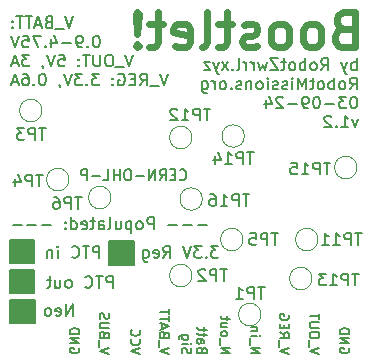
<source format=gbo>
G04 #@! TF.GenerationSoftware,KiCad,Pcbnew,8.0.1-rc1*
G04 #@! TF.CreationDate,2024-03-16T10:33:16-04:00*
G04 #@! TF.ProjectId,boostlet,626f6f73-746c-4657-942e-6b696361645f,rev?*
G04 #@! TF.SameCoordinates,Original*
G04 #@! TF.FileFunction,Legend,Bot*
G04 #@! TF.FilePolarity,Positive*
%FSLAX46Y46*%
G04 Gerber Fmt 4.6, Leading zero omitted, Abs format (unit mm)*
G04 Created by KiCad (PCBNEW 8.0.1-rc1) date 2024-03-16 10:33:16*
%MOMM*%
%LPD*%
G01*
G04 APERTURE LIST*
%ADD10C,0.150000*%
%ADD11C,0.175000*%
%ADD12C,0.200000*%
%ADD13C,0.162500*%
%ADD14C,0.180000*%
%ADD15C,0.600000*%
%ADD16C,0.120000*%
G04 APERTURE END LIST*
D10*
X106426000Y-102901750D02*
X108521500Y-102901750D01*
X108521500Y-104870250D01*
X106426000Y-104870250D01*
X106426000Y-102901750D01*
G36*
X106426000Y-102901750D02*
G01*
X108521500Y-102901750D01*
X108521500Y-104870250D01*
X106426000Y-104870250D01*
X106426000Y-102901750D01*
G37*
X106426000Y-100361750D02*
X108521500Y-100361750D01*
X108521500Y-102330250D01*
X106426000Y-102330250D01*
X106426000Y-100361750D01*
G36*
X106426000Y-100361750D02*
G01*
X108521500Y-100361750D01*
X108521500Y-102330250D01*
X106426000Y-102330250D01*
X106426000Y-100361750D01*
G37*
X114871500Y-100488750D02*
X116967000Y-100488750D01*
X116967000Y-102457250D01*
X114871500Y-102457250D01*
X114871500Y-100488750D01*
G36*
X114871500Y-100488750D02*
G01*
X116967000Y-100488750D01*
X116967000Y-102457250D01*
X114871500Y-102457250D01*
X114871500Y-100488750D01*
G37*
X106489500Y-105441750D02*
X108585000Y-105441750D01*
X108585000Y-107410250D01*
X106489500Y-107410250D01*
X106489500Y-105441750D01*
G36*
X106489500Y-105441750D02*
G01*
X108585000Y-105441750D01*
X108585000Y-107410250D01*
X106489500Y-107410250D01*
X106489500Y-105441750D01*
G37*
D11*
X132606004Y-110044678D02*
X131806004Y-109778011D01*
X131806004Y-109778011D02*
X132606004Y-109511345D01*
X131729814Y-109435155D02*
X131729814Y-108825631D01*
X132606004Y-108482773D02*
X132606004Y-108330392D01*
X132606004Y-108330392D02*
X132567909Y-108254202D01*
X132567909Y-108254202D02*
X132491719Y-108178011D01*
X132491719Y-108178011D02*
X132339338Y-108139916D01*
X132339338Y-108139916D02*
X132072671Y-108139916D01*
X132072671Y-108139916D02*
X131920290Y-108178011D01*
X131920290Y-108178011D02*
X131844100Y-108254202D01*
X131844100Y-108254202D02*
X131806004Y-108330392D01*
X131806004Y-108330392D02*
X131806004Y-108482773D01*
X131806004Y-108482773D02*
X131844100Y-108558964D01*
X131844100Y-108558964D02*
X131920290Y-108635154D01*
X131920290Y-108635154D02*
X132072671Y-108673250D01*
X132072671Y-108673250D02*
X132339338Y-108673250D01*
X132339338Y-108673250D02*
X132491719Y-108635154D01*
X132491719Y-108635154D02*
X132567909Y-108558964D01*
X132567909Y-108558964D02*
X132606004Y-108482773D01*
X132606004Y-107797059D02*
X131958385Y-107797059D01*
X131958385Y-107797059D02*
X131882195Y-107758964D01*
X131882195Y-107758964D02*
X131844100Y-107720869D01*
X131844100Y-107720869D02*
X131806004Y-107644678D01*
X131806004Y-107644678D02*
X131806004Y-107492297D01*
X131806004Y-107492297D02*
X131844100Y-107416107D01*
X131844100Y-107416107D02*
X131882195Y-107378012D01*
X131882195Y-107378012D02*
X131958385Y-107339916D01*
X131958385Y-107339916D02*
X132606004Y-107339916D01*
X132606004Y-107073250D02*
X132606004Y-106616107D01*
X131806004Y-106844679D02*
X132606004Y-106844679D01*
X130066004Y-110044678D02*
X129266004Y-109778011D01*
X129266004Y-109778011D02*
X130066004Y-109511345D01*
X129189814Y-109435155D02*
X129189814Y-108825631D01*
X129266004Y-108178011D02*
X129646957Y-108444678D01*
X129266004Y-108635154D02*
X130066004Y-108635154D01*
X130066004Y-108635154D02*
X130066004Y-108330392D01*
X130066004Y-108330392D02*
X130027909Y-108254202D01*
X130027909Y-108254202D02*
X129989814Y-108216107D01*
X129989814Y-108216107D02*
X129913623Y-108178011D01*
X129913623Y-108178011D02*
X129799338Y-108178011D01*
X129799338Y-108178011D02*
X129723147Y-108216107D01*
X129723147Y-108216107D02*
X129685052Y-108254202D01*
X129685052Y-108254202D02*
X129646957Y-108330392D01*
X129646957Y-108330392D02*
X129646957Y-108635154D01*
X129685052Y-107835154D02*
X129685052Y-107568488D01*
X129266004Y-107454202D02*
X129266004Y-107835154D01*
X129266004Y-107835154D02*
X130066004Y-107835154D01*
X130066004Y-107835154D02*
X130066004Y-107454202D01*
X130027909Y-106692297D02*
X130066004Y-106768487D01*
X130066004Y-106768487D02*
X130066004Y-106882773D01*
X130066004Y-106882773D02*
X130027909Y-106997059D01*
X130027909Y-106997059D02*
X129951719Y-107073249D01*
X129951719Y-107073249D02*
X129875528Y-107111344D01*
X129875528Y-107111344D02*
X129723147Y-107149440D01*
X129723147Y-107149440D02*
X129608861Y-107149440D01*
X129608861Y-107149440D02*
X129456480Y-107111344D01*
X129456480Y-107111344D02*
X129380290Y-107073249D01*
X129380290Y-107073249D02*
X129304100Y-106997059D01*
X129304100Y-106997059D02*
X129266004Y-106882773D01*
X129266004Y-106882773D02*
X129266004Y-106806582D01*
X129266004Y-106806582D02*
X129304100Y-106692297D01*
X129304100Y-106692297D02*
X129342195Y-106654201D01*
X129342195Y-106654201D02*
X129608861Y-106654201D01*
X129608861Y-106654201D02*
X129608861Y-106806582D01*
D12*
X124098625Y-100875219D02*
X123479578Y-100875219D01*
X123479578Y-100875219D02*
X123812911Y-101256171D01*
X123812911Y-101256171D02*
X123670054Y-101256171D01*
X123670054Y-101256171D02*
X123574816Y-101303790D01*
X123574816Y-101303790D02*
X123527197Y-101351409D01*
X123527197Y-101351409D02*
X123479578Y-101446647D01*
X123479578Y-101446647D02*
X123479578Y-101684742D01*
X123479578Y-101684742D02*
X123527197Y-101779980D01*
X123527197Y-101779980D02*
X123574816Y-101827600D01*
X123574816Y-101827600D02*
X123670054Y-101875219D01*
X123670054Y-101875219D02*
X123955768Y-101875219D01*
X123955768Y-101875219D02*
X124051006Y-101827600D01*
X124051006Y-101827600D02*
X124098625Y-101779980D01*
X123051006Y-101779980D02*
X123003387Y-101827600D01*
X123003387Y-101827600D02*
X123051006Y-101875219D01*
X123051006Y-101875219D02*
X123098625Y-101827600D01*
X123098625Y-101827600D02*
X123051006Y-101779980D01*
X123051006Y-101779980D02*
X123051006Y-101875219D01*
X122670054Y-100875219D02*
X122051007Y-100875219D01*
X122051007Y-100875219D02*
X122384340Y-101256171D01*
X122384340Y-101256171D02*
X122241483Y-101256171D01*
X122241483Y-101256171D02*
X122146245Y-101303790D01*
X122146245Y-101303790D02*
X122098626Y-101351409D01*
X122098626Y-101351409D02*
X122051007Y-101446647D01*
X122051007Y-101446647D02*
X122051007Y-101684742D01*
X122051007Y-101684742D02*
X122098626Y-101779980D01*
X122098626Y-101779980D02*
X122146245Y-101827600D01*
X122146245Y-101827600D02*
X122241483Y-101875219D01*
X122241483Y-101875219D02*
X122527197Y-101875219D01*
X122527197Y-101875219D02*
X122622435Y-101827600D01*
X122622435Y-101827600D02*
X122670054Y-101779980D01*
X121765292Y-100875219D02*
X121431959Y-101875219D01*
X121431959Y-101875219D02*
X121098626Y-100875219D01*
X119431959Y-101875219D02*
X119765292Y-101399028D01*
X120003387Y-101875219D02*
X120003387Y-100875219D01*
X120003387Y-100875219D02*
X119622435Y-100875219D01*
X119622435Y-100875219D02*
X119527197Y-100922838D01*
X119527197Y-100922838D02*
X119479578Y-100970457D01*
X119479578Y-100970457D02*
X119431959Y-101065695D01*
X119431959Y-101065695D02*
X119431959Y-101208552D01*
X119431959Y-101208552D02*
X119479578Y-101303790D01*
X119479578Y-101303790D02*
X119527197Y-101351409D01*
X119527197Y-101351409D02*
X119622435Y-101399028D01*
X119622435Y-101399028D02*
X120003387Y-101399028D01*
X118622435Y-101827600D02*
X118717673Y-101875219D01*
X118717673Y-101875219D02*
X118908149Y-101875219D01*
X118908149Y-101875219D02*
X119003387Y-101827600D01*
X119003387Y-101827600D02*
X119051006Y-101732361D01*
X119051006Y-101732361D02*
X119051006Y-101351409D01*
X119051006Y-101351409D02*
X119003387Y-101256171D01*
X119003387Y-101256171D02*
X118908149Y-101208552D01*
X118908149Y-101208552D02*
X118717673Y-101208552D01*
X118717673Y-101208552D02*
X118622435Y-101256171D01*
X118622435Y-101256171D02*
X118574816Y-101351409D01*
X118574816Y-101351409D02*
X118574816Y-101446647D01*
X118574816Y-101446647D02*
X119051006Y-101541885D01*
X117717673Y-101208552D02*
X117717673Y-102018076D01*
X117717673Y-102018076D02*
X117765292Y-102113314D01*
X117765292Y-102113314D02*
X117812911Y-102160933D01*
X117812911Y-102160933D02*
X117908149Y-102208552D01*
X117908149Y-102208552D02*
X118051006Y-102208552D01*
X118051006Y-102208552D02*
X118146244Y-102160933D01*
X117717673Y-101827600D02*
X117812911Y-101875219D01*
X117812911Y-101875219D02*
X118003387Y-101875219D01*
X118003387Y-101875219D02*
X118098625Y-101827600D01*
X118098625Y-101827600D02*
X118146244Y-101779980D01*
X118146244Y-101779980D02*
X118193863Y-101684742D01*
X118193863Y-101684742D02*
X118193863Y-101399028D01*
X118193863Y-101399028D02*
X118146244Y-101303790D01*
X118146244Y-101303790D02*
X118098625Y-101256171D01*
X118098625Y-101256171D02*
X118003387Y-101208552D01*
X118003387Y-101208552D02*
X117812911Y-101208552D01*
X117812911Y-101208552D02*
X117717673Y-101256171D01*
D11*
X112247909Y-109511345D02*
X112286004Y-109587535D01*
X112286004Y-109587535D02*
X112286004Y-109701821D01*
X112286004Y-109701821D02*
X112247909Y-109816107D01*
X112247909Y-109816107D02*
X112171719Y-109892297D01*
X112171719Y-109892297D02*
X112095528Y-109930392D01*
X112095528Y-109930392D02*
X111943147Y-109968488D01*
X111943147Y-109968488D02*
X111828861Y-109968488D01*
X111828861Y-109968488D02*
X111676480Y-109930392D01*
X111676480Y-109930392D02*
X111600290Y-109892297D01*
X111600290Y-109892297D02*
X111524100Y-109816107D01*
X111524100Y-109816107D02*
X111486004Y-109701821D01*
X111486004Y-109701821D02*
X111486004Y-109625630D01*
X111486004Y-109625630D02*
X111524100Y-109511345D01*
X111524100Y-109511345D02*
X111562195Y-109473249D01*
X111562195Y-109473249D02*
X111828861Y-109473249D01*
X111828861Y-109473249D02*
X111828861Y-109625630D01*
X111486004Y-109130392D02*
X112286004Y-109130392D01*
X112286004Y-109130392D02*
X111486004Y-108673249D01*
X111486004Y-108673249D02*
X112286004Y-108673249D01*
X111486004Y-108292297D02*
X112286004Y-108292297D01*
X112286004Y-108292297D02*
X112286004Y-108101821D01*
X112286004Y-108101821D02*
X112247909Y-107987535D01*
X112247909Y-107987535D02*
X112171719Y-107911345D01*
X112171719Y-107911345D02*
X112095528Y-107873250D01*
X112095528Y-107873250D02*
X111943147Y-107835154D01*
X111943147Y-107835154D02*
X111828861Y-107835154D01*
X111828861Y-107835154D02*
X111676480Y-107873250D01*
X111676480Y-107873250D02*
X111600290Y-107911345D01*
X111600290Y-107911345D02*
X111524100Y-107987535D01*
X111524100Y-107987535D02*
X111486004Y-108101821D01*
X111486004Y-108101821D02*
X111486004Y-108292297D01*
X117493004Y-110044678D02*
X116693004Y-109778011D01*
X116693004Y-109778011D02*
X117493004Y-109511345D01*
X116769195Y-108787535D02*
X116731100Y-108825631D01*
X116731100Y-108825631D02*
X116693004Y-108939916D01*
X116693004Y-108939916D02*
X116693004Y-109016107D01*
X116693004Y-109016107D02*
X116731100Y-109130393D01*
X116731100Y-109130393D02*
X116807290Y-109206583D01*
X116807290Y-109206583D02*
X116883480Y-109244678D01*
X116883480Y-109244678D02*
X117035861Y-109282774D01*
X117035861Y-109282774D02*
X117150147Y-109282774D01*
X117150147Y-109282774D02*
X117302528Y-109244678D01*
X117302528Y-109244678D02*
X117378719Y-109206583D01*
X117378719Y-109206583D02*
X117454909Y-109130393D01*
X117454909Y-109130393D02*
X117493004Y-109016107D01*
X117493004Y-109016107D02*
X117493004Y-108939916D01*
X117493004Y-108939916D02*
X117454909Y-108825631D01*
X117454909Y-108825631D02*
X117416814Y-108787535D01*
X116769195Y-107987535D02*
X116731100Y-108025631D01*
X116731100Y-108025631D02*
X116693004Y-108139916D01*
X116693004Y-108139916D02*
X116693004Y-108216107D01*
X116693004Y-108216107D02*
X116731100Y-108330393D01*
X116731100Y-108330393D02*
X116807290Y-108406583D01*
X116807290Y-108406583D02*
X116883480Y-108444678D01*
X116883480Y-108444678D02*
X117035861Y-108482774D01*
X117035861Y-108482774D02*
X117150147Y-108482774D01*
X117150147Y-108482774D02*
X117302528Y-108444678D01*
X117302528Y-108444678D02*
X117378719Y-108406583D01*
X117378719Y-108406583D02*
X117454909Y-108330393D01*
X117454909Y-108330393D02*
X117493004Y-108216107D01*
X117493004Y-108216107D02*
X117493004Y-108139916D01*
X117493004Y-108139916D02*
X117454909Y-108025631D01*
X117454909Y-108025631D02*
X117416814Y-107987535D01*
D13*
X120830521Y-95209692D02*
X120873378Y-95252550D01*
X120873378Y-95252550D02*
X121001950Y-95295407D01*
X121001950Y-95295407D02*
X121087664Y-95295407D01*
X121087664Y-95295407D02*
X121216235Y-95252550D01*
X121216235Y-95252550D02*
X121301950Y-95166835D01*
X121301950Y-95166835D02*
X121344807Y-95081121D01*
X121344807Y-95081121D02*
X121387664Y-94909692D01*
X121387664Y-94909692D02*
X121387664Y-94781121D01*
X121387664Y-94781121D02*
X121344807Y-94609692D01*
X121344807Y-94609692D02*
X121301950Y-94523978D01*
X121301950Y-94523978D02*
X121216235Y-94438264D01*
X121216235Y-94438264D02*
X121087664Y-94395407D01*
X121087664Y-94395407D02*
X121001950Y-94395407D01*
X121001950Y-94395407D02*
X120873378Y-94438264D01*
X120873378Y-94438264D02*
X120830521Y-94481121D01*
X120444807Y-94823978D02*
X120144807Y-94823978D01*
X120016235Y-95295407D02*
X120444807Y-95295407D01*
X120444807Y-95295407D02*
X120444807Y-94395407D01*
X120444807Y-94395407D02*
X120016235Y-94395407D01*
X119116235Y-95295407D02*
X119416235Y-94866835D01*
X119630521Y-95295407D02*
X119630521Y-94395407D01*
X119630521Y-94395407D02*
X119287664Y-94395407D01*
X119287664Y-94395407D02*
X119201949Y-94438264D01*
X119201949Y-94438264D02*
X119159092Y-94481121D01*
X119159092Y-94481121D02*
X119116235Y-94566835D01*
X119116235Y-94566835D02*
X119116235Y-94695407D01*
X119116235Y-94695407D02*
X119159092Y-94781121D01*
X119159092Y-94781121D02*
X119201949Y-94823978D01*
X119201949Y-94823978D02*
X119287664Y-94866835D01*
X119287664Y-94866835D02*
X119630521Y-94866835D01*
X118730521Y-95295407D02*
X118730521Y-94395407D01*
X118730521Y-94395407D02*
X118216235Y-95295407D01*
X118216235Y-95295407D02*
X118216235Y-94395407D01*
X117787664Y-94952550D02*
X117101950Y-94952550D01*
X116501949Y-94395407D02*
X116330521Y-94395407D01*
X116330521Y-94395407D02*
X116244806Y-94438264D01*
X116244806Y-94438264D02*
X116159092Y-94523978D01*
X116159092Y-94523978D02*
X116116235Y-94695407D01*
X116116235Y-94695407D02*
X116116235Y-94995407D01*
X116116235Y-94995407D02*
X116159092Y-95166835D01*
X116159092Y-95166835D02*
X116244806Y-95252550D01*
X116244806Y-95252550D02*
X116330521Y-95295407D01*
X116330521Y-95295407D02*
X116501949Y-95295407D01*
X116501949Y-95295407D02*
X116587664Y-95252550D01*
X116587664Y-95252550D02*
X116673378Y-95166835D01*
X116673378Y-95166835D02*
X116716235Y-94995407D01*
X116716235Y-94995407D02*
X116716235Y-94695407D01*
X116716235Y-94695407D02*
X116673378Y-94523978D01*
X116673378Y-94523978D02*
X116587664Y-94438264D01*
X116587664Y-94438264D02*
X116501949Y-94395407D01*
X115730521Y-95295407D02*
X115730521Y-94395407D01*
X115730521Y-94823978D02*
X115216235Y-94823978D01*
X115216235Y-95295407D02*
X115216235Y-94395407D01*
X114359092Y-95295407D02*
X114787664Y-95295407D01*
X114787664Y-95295407D02*
X114787664Y-94395407D01*
X114059093Y-94952550D02*
X113373379Y-94952550D01*
X112944807Y-95295407D02*
X112944807Y-94395407D01*
X112944807Y-94395407D02*
X112601950Y-94395407D01*
X112601950Y-94395407D02*
X112516235Y-94438264D01*
X112516235Y-94438264D02*
X112473378Y-94481121D01*
X112473378Y-94481121D02*
X112430521Y-94566835D01*
X112430521Y-94566835D02*
X112430521Y-94695407D01*
X112430521Y-94695407D02*
X112473378Y-94781121D01*
X112473378Y-94781121D02*
X112516235Y-94823978D01*
X112516235Y-94823978D02*
X112601950Y-94866835D01*
X112601950Y-94866835D02*
X112944807Y-94866835D01*
D11*
X122718007Y-109663726D02*
X122679912Y-109549440D01*
X122679912Y-109549440D02*
X122641816Y-109511345D01*
X122641816Y-109511345D02*
X122565626Y-109473249D01*
X122565626Y-109473249D02*
X122451340Y-109473249D01*
X122451340Y-109473249D02*
X122375150Y-109511345D01*
X122375150Y-109511345D02*
X122337055Y-109549440D01*
X122337055Y-109549440D02*
X122298959Y-109625630D01*
X122298959Y-109625630D02*
X122298959Y-109930392D01*
X122298959Y-109930392D02*
X123098959Y-109930392D01*
X123098959Y-109930392D02*
X123098959Y-109663726D01*
X123098959Y-109663726D02*
X123060864Y-109587535D01*
X123060864Y-109587535D02*
X123022769Y-109549440D01*
X123022769Y-109549440D02*
X122946578Y-109511345D01*
X122946578Y-109511345D02*
X122870388Y-109511345D01*
X122870388Y-109511345D02*
X122794197Y-109549440D01*
X122794197Y-109549440D02*
X122756102Y-109587535D01*
X122756102Y-109587535D02*
X122718007Y-109663726D01*
X122718007Y-109663726D02*
X122718007Y-109930392D01*
X122298959Y-108787535D02*
X122718007Y-108787535D01*
X122718007Y-108787535D02*
X122794197Y-108825630D01*
X122794197Y-108825630D02*
X122832293Y-108901821D01*
X122832293Y-108901821D02*
X122832293Y-109054202D01*
X122832293Y-109054202D02*
X122794197Y-109130392D01*
X122337055Y-108787535D02*
X122298959Y-108863726D01*
X122298959Y-108863726D02*
X122298959Y-109054202D01*
X122298959Y-109054202D02*
X122337055Y-109130392D01*
X122337055Y-109130392D02*
X122413245Y-109168488D01*
X122413245Y-109168488D02*
X122489435Y-109168488D01*
X122489435Y-109168488D02*
X122565626Y-109130392D01*
X122565626Y-109130392D02*
X122603721Y-109054202D01*
X122603721Y-109054202D02*
X122603721Y-108863726D01*
X122603721Y-108863726D02*
X122641816Y-108787535D01*
X122832293Y-108520868D02*
X122832293Y-108216106D01*
X123098959Y-108406582D02*
X122413245Y-108406582D01*
X122413245Y-108406582D02*
X122337055Y-108368487D01*
X122337055Y-108368487D02*
X122298959Y-108292297D01*
X122298959Y-108292297D02*
X122298959Y-108216106D01*
X122832293Y-108063725D02*
X122832293Y-107758963D01*
X123098959Y-107949439D02*
X122413245Y-107949439D01*
X122413245Y-107949439D02*
X122337055Y-107911344D01*
X122337055Y-107911344D02*
X122298959Y-107835154D01*
X122298959Y-107835154D02*
X122298959Y-107758963D01*
X121049100Y-109968488D02*
X121011004Y-109854202D01*
X121011004Y-109854202D02*
X121011004Y-109663726D01*
X121011004Y-109663726D02*
X121049100Y-109587535D01*
X121049100Y-109587535D02*
X121087195Y-109549440D01*
X121087195Y-109549440D02*
X121163385Y-109511345D01*
X121163385Y-109511345D02*
X121239576Y-109511345D01*
X121239576Y-109511345D02*
X121315766Y-109549440D01*
X121315766Y-109549440D02*
X121353861Y-109587535D01*
X121353861Y-109587535D02*
X121391957Y-109663726D01*
X121391957Y-109663726D02*
X121430052Y-109816107D01*
X121430052Y-109816107D02*
X121468147Y-109892297D01*
X121468147Y-109892297D02*
X121506242Y-109930392D01*
X121506242Y-109930392D02*
X121582433Y-109968488D01*
X121582433Y-109968488D02*
X121658623Y-109968488D01*
X121658623Y-109968488D02*
X121734814Y-109930392D01*
X121734814Y-109930392D02*
X121772909Y-109892297D01*
X121772909Y-109892297D02*
X121811004Y-109816107D01*
X121811004Y-109816107D02*
X121811004Y-109625630D01*
X121811004Y-109625630D02*
X121772909Y-109511345D01*
X121011004Y-109168487D02*
X121544338Y-109168487D01*
X121811004Y-109168487D02*
X121772909Y-109206583D01*
X121772909Y-109206583D02*
X121734814Y-109168487D01*
X121734814Y-109168487D02*
X121772909Y-109130392D01*
X121772909Y-109130392D02*
X121811004Y-109168487D01*
X121811004Y-109168487D02*
X121734814Y-109168487D01*
X121544338Y-108444678D02*
X120896719Y-108444678D01*
X120896719Y-108444678D02*
X120820528Y-108482773D01*
X120820528Y-108482773D02*
X120782433Y-108520869D01*
X120782433Y-108520869D02*
X120744338Y-108597059D01*
X120744338Y-108597059D02*
X120744338Y-108711345D01*
X120744338Y-108711345D02*
X120782433Y-108787535D01*
X121049100Y-108444678D02*
X121011004Y-108520869D01*
X121011004Y-108520869D02*
X121011004Y-108673250D01*
X121011004Y-108673250D02*
X121049100Y-108749440D01*
X121049100Y-108749440D02*
X121087195Y-108787535D01*
X121087195Y-108787535D02*
X121163385Y-108825631D01*
X121163385Y-108825631D02*
X121391957Y-108825631D01*
X121391957Y-108825631D02*
X121468147Y-108787535D01*
X121468147Y-108787535D02*
X121506242Y-108749440D01*
X121506242Y-108749440D02*
X121544338Y-108673250D01*
X121544338Y-108673250D02*
X121544338Y-108520869D01*
X121544338Y-108520869D02*
X121506242Y-108444678D01*
D12*
X115145245Y-104415219D02*
X115145245Y-103415219D01*
X115145245Y-103415219D02*
X114764293Y-103415219D01*
X114764293Y-103415219D02*
X114669055Y-103462838D01*
X114669055Y-103462838D02*
X114621436Y-103510457D01*
X114621436Y-103510457D02*
X114573817Y-103605695D01*
X114573817Y-103605695D02*
X114573817Y-103748552D01*
X114573817Y-103748552D02*
X114621436Y-103843790D01*
X114621436Y-103843790D02*
X114669055Y-103891409D01*
X114669055Y-103891409D02*
X114764293Y-103939028D01*
X114764293Y-103939028D02*
X115145245Y-103939028D01*
X114288102Y-103415219D02*
X113716674Y-103415219D01*
X114002388Y-104415219D02*
X114002388Y-103415219D01*
X112811912Y-104319980D02*
X112859531Y-104367600D01*
X112859531Y-104367600D02*
X113002388Y-104415219D01*
X113002388Y-104415219D02*
X113097626Y-104415219D01*
X113097626Y-104415219D02*
X113240483Y-104367600D01*
X113240483Y-104367600D02*
X113335721Y-104272361D01*
X113335721Y-104272361D02*
X113383340Y-104177123D01*
X113383340Y-104177123D02*
X113430959Y-103986647D01*
X113430959Y-103986647D02*
X113430959Y-103843790D01*
X113430959Y-103843790D02*
X113383340Y-103653314D01*
X113383340Y-103653314D02*
X113335721Y-103558076D01*
X113335721Y-103558076D02*
X113240483Y-103462838D01*
X113240483Y-103462838D02*
X113097626Y-103415219D01*
X113097626Y-103415219D02*
X113002388Y-103415219D01*
X113002388Y-103415219D02*
X112859531Y-103462838D01*
X112859531Y-103462838D02*
X112811912Y-103510457D01*
X111478578Y-104415219D02*
X111573816Y-104367600D01*
X111573816Y-104367600D02*
X111621435Y-104319980D01*
X111621435Y-104319980D02*
X111669054Y-104224742D01*
X111669054Y-104224742D02*
X111669054Y-103939028D01*
X111669054Y-103939028D02*
X111621435Y-103843790D01*
X111621435Y-103843790D02*
X111573816Y-103796171D01*
X111573816Y-103796171D02*
X111478578Y-103748552D01*
X111478578Y-103748552D02*
X111335721Y-103748552D01*
X111335721Y-103748552D02*
X111240483Y-103796171D01*
X111240483Y-103796171D02*
X111192864Y-103843790D01*
X111192864Y-103843790D02*
X111145245Y-103939028D01*
X111145245Y-103939028D02*
X111145245Y-104224742D01*
X111145245Y-104224742D02*
X111192864Y-104319980D01*
X111192864Y-104319980D02*
X111240483Y-104367600D01*
X111240483Y-104367600D02*
X111335721Y-104415219D01*
X111335721Y-104415219D02*
X111478578Y-104415219D01*
X110288102Y-103748552D02*
X110288102Y-104415219D01*
X110716673Y-103748552D02*
X110716673Y-104272361D01*
X110716673Y-104272361D02*
X110669054Y-104367600D01*
X110669054Y-104367600D02*
X110573816Y-104415219D01*
X110573816Y-104415219D02*
X110430959Y-104415219D01*
X110430959Y-104415219D02*
X110335721Y-104367600D01*
X110335721Y-104367600D02*
X110288102Y-104319980D01*
X109954768Y-103748552D02*
X109573816Y-103748552D01*
X109811911Y-103415219D02*
X109811911Y-104272361D01*
X109811911Y-104272361D02*
X109764292Y-104367600D01*
X109764292Y-104367600D02*
X109669054Y-104415219D01*
X109669054Y-104415219D02*
X109573816Y-104415219D01*
D11*
X124313004Y-109930392D02*
X125113004Y-109930392D01*
X125113004Y-109930392D02*
X124313004Y-109473249D01*
X124313004Y-109473249D02*
X125113004Y-109473249D01*
X124236814Y-109282774D02*
X124236814Y-108673250D01*
X124313004Y-108368488D02*
X124351100Y-108444678D01*
X124351100Y-108444678D02*
X124389195Y-108482773D01*
X124389195Y-108482773D02*
X124465385Y-108520869D01*
X124465385Y-108520869D02*
X124693957Y-108520869D01*
X124693957Y-108520869D02*
X124770147Y-108482773D01*
X124770147Y-108482773D02*
X124808242Y-108444678D01*
X124808242Y-108444678D02*
X124846338Y-108368488D01*
X124846338Y-108368488D02*
X124846338Y-108254202D01*
X124846338Y-108254202D02*
X124808242Y-108178011D01*
X124808242Y-108178011D02*
X124770147Y-108139916D01*
X124770147Y-108139916D02*
X124693957Y-108101821D01*
X124693957Y-108101821D02*
X124465385Y-108101821D01*
X124465385Y-108101821D02*
X124389195Y-108139916D01*
X124389195Y-108139916D02*
X124351100Y-108178011D01*
X124351100Y-108178011D02*
X124313004Y-108254202D01*
X124313004Y-108254202D02*
X124313004Y-108368488D01*
X124846338Y-107416106D02*
X124313004Y-107416106D01*
X124846338Y-107758963D02*
X124427290Y-107758963D01*
X124427290Y-107758963D02*
X124351100Y-107720868D01*
X124351100Y-107720868D02*
X124313004Y-107644678D01*
X124313004Y-107644678D02*
X124313004Y-107530392D01*
X124313004Y-107530392D02*
X124351100Y-107454201D01*
X124351100Y-107454201D02*
X124389195Y-107416106D01*
X124846338Y-107149439D02*
X124846338Y-106844677D01*
X125113004Y-107035153D02*
X124427290Y-107035153D01*
X124427290Y-107035153D02*
X124351100Y-106997058D01*
X124351100Y-106997058D02*
X124313004Y-106920868D01*
X124313004Y-106920868D02*
X124313004Y-106844677D01*
D14*
X135787483Y-86001259D02*
X135787483Y-85001259D01*
X135787483Y-85382211D02*
X135692245Y-85334592D01*
X135692245Y-85334592D02*
X135501769Y-85334592D01*
X135501769Y-85334592D02*
X135406531Y-85382211D01*
X135406531Y-85382211D02*
X135358912Y-85429830D01*
X135358912Y-85429830D02*
X135311293Y-85525068D01*
X135311293Y-85525068D02*
X135311293Y-85810782D01*
X135311293Y-85810782D02*
X135358912Y-85906020D01*
X135358912Y-85906020D02*
X135406531Y-85953640D01*
X135406531Y-85953640D02*
X135501769Y-86001259D01*
X135501769Y-86001259D02*
X135692245Y-86001259D01*
X135692245Y-86001259D02*
X135787483Y-85953640D01*
X134977959Y-85334592D02*
X134739864Y-86001259D01*
X134501769Y-85334592D02*
X134739864Y-86001259D01*
X134739864Y-86001259D02*
X134835102Y-86239354D01*
X134835102Y-86239354D02*
X134882721Y-86286973D01*
X134882721Y-86286973D02*
X134977959Y-86334592D01*
X132787483Y-86001259D02*
X133120816Y-85525068D01*
X133358911Y-86001259D02*
X133358911Y-85001259D01*
X133358911Y-85001259D02*
X132977959Y-85001259D01*
X132977959Y-85001259D02*
X132882721Y-85048878D01*
X132882721Y-85048878D02*
X132835102Y-85096497D01*
X132835102Y-85096497D02*
X132787483Y-85191735D01*
X132787483Y-85191735D02*
X132787483Y-85334592D01*
X132787483Y-85334592D02*
X132835102Y-85429830D01*
X132835102Y-85429830D02*
X132882721Y-85477449D01*
X132882721Y-85477449D02*
X132977959Y-85525068D01*
X132977959Y-85525068D02*
X133358911Y-85525068D01*
X132216054Y-86001259D02*
X132311292Y-85953640D01*
X132311292Y-85953640D02*
X132358911Y-85906020D01*
X132358911Y-85906020D02*
X132406530Y-85810782D01*
X132406530Y-85810782D02*
X132406530Y-85525068D01*
X132406530Y-85525068D02*
X132358911Y-85429830D01*
X132358911Y-85429830D02*
X132311292Y-85382211D01*
X132311292Y-85382211D02*
X132216054Y-85334592D01*
X132216054Y-85334592D02*
X132073197Y-85334592D01*
X132073197Y-85334592D02*
X131977959Y-85382211D01*
X131977959Y-85382211D02*
X131930340Y-85429830D01*
X131930340Y-85429830D02*
X131882721Y-85525068D01*
X131882721Y-85525068D02*
X131882721Y-85810782D01*
X131882721Y-85810782D02*
X131930340Y-85906020D01*
X131930340Y-85906020D02*
X131977959Y-85953640D01*
X131977959Y-85953640D02*
X132073197Y-86001259D01*
X132073197Y-86001259D02*
X132216054Y-86001259D01*
X131454149Y-86001259D02*
X131454149Y-85001259D01*
X131454149Y-85382211D02*
X131358911Y-85334592D01*
X131358911Y-85334592D02*
X131168435Y-85334592D01*
X131168435Y-85334592D02*
X131073197Y-85382211D01*
X131073197Y-85382211D02*
X131025578Y-85429830D01*
X131025578Y-85429830D02*
X130977959Y-85525068D01*
X130977959Y-85525068D02*
X130977959Y-85810782D01*
X130977959Y-85810782D02*
X131025578Y-85906020D01*
X131025578Y-85906020D02*
X131073197Y-85953640D01*
X131073197Y-85953640D02*
X131168435Y-86001259D01*
X131168435Y-86001259D02*
X131358911Y-86001259D01*
X131358911Y-86001259D02*
X131454149Y-85953640D01*
X130406530Y-86001259D02*
X130501768Y-85953640D01*
X130501768Y-85953640D02*
X130549387Y-85906020D01*
X130549387Y-85906020D02*
X130597006Y-85810782D01*
X130597006Y-85810782D02*
X130597006Y-85525068D01*
X130597006Y-85525068D02*
X130549387Y-85429830D01*
X130549387Y-85429830D02*
X130501768Y-85382211D01*
X130501768Y-85382211D02*
X130406530Y-85334592D01*
X130406530Y-85334592D02*
X130263673Y-85334592D01*
X130263673Y-85334592D02*
X130168435Y-85382211D01*
X130168435Y-85382211D02*
X130120816Y-85429830D01*
X130120816Y-85429830D02*
X130073197Y-85525068D01*
X130073197Y-85525068D02*
X130073197Y-85810782D01*
X130073197Y-85810782D02*
X130120816Y-85906020D01*
X130120816Y-85906020D02*
X130168435Y-85953640D01*
X130168435Y-85953640D02*
X130263673Y-86001259D01*
X130263673Y-86001259D02*
X130406530Y-86001259D01*
X129787482Y-85334592D02*
X129406530Y-85334592D01*
X129644625Y-85001259D02*
X129644625Y-85858401D01*
X129644625Y-85858401D02*
X129597006Y-85953640D01*
X129597006Y-85953640D02*
X129501768Y-86001259D01*
X129501768Y-86001259D02*
X129406530Y-86001259D01*
X129168434Y-85001259D02*
X128501768Y-85001259D01*
X128501768Y-85001259D02*
X129168434Y-86001259D01*
X129168434Y-86001259D02*
X128501768Y-86001259D01*
X128216053Y-85334592D02*
X128025577Y-86001259D01*
X128025577Y-86001259D02*
X127835101Y-85525068D01*
X127835101Y-85525068D02*
X127644625Y-86001259D01*
X127644625Y-86001259D02*
X127454149Y-85334592D01*
X127073196Y-86001259D02*
X127073196Y-85334592D01*
X127073196Y-85525068D02*
X127025577Y-85429830D01*
X127025577Y-85429830D02*
X126977958Y-85382211D01*
X126977958Y-85382211D02*
X126882720Y-85334592D01*
X126882720Y-85334592D02*
X126787482Y-85334592D01*
X126454148Y-86001259D02*
X126454148Y-85334592D01*
X126454148Y-85525068D02*
X126406529Y-85429830D01*
X126406529Y-85429830D02*
X126358910Y-85382211D01*
X126358910Y-85382211D02*
X126263672Y-85334592D01*
X126263672Y-85334592D02*
X126168434Y-85334592D01*
X125692243Y-86001259D02*
X125787481Y-85953640D01*
X125787481Y-85953640D02*
X125835100Y-85858401D01*
X125835100Y-85858401D02*
X125835100Y-85001259D01*
X125311290Y-85906020D02*
X125263671Y-85953640D01*
X125263671Y-85953640D02*
X125311290Y-86001259D01*
X125311290Y-86001259D02*
X125358909Y-85953640D01*
X125358909Y-85953640D02*
X125311290Y-85906020D01*
X125311290Y-85906020D02*
X125311290Y-86001259D01*
X124930338Y-86001259D02*
X124406529Y-85334592D01*
X124930338Y-85334592D02*
X124406529Y-86001259D01*
X124120814Y-85334592D02*
X123882719Y-86001259D01*
X123644624Y-85334592D02*
X123882719Y-86001259D01*
X123882719Y-86001259D02*
X123977957Y-86239354D01*
X123977957Y-86239354D02*
X124025576Y-86286973D01*
X124025576Y-86286973D02*
X124120814Y-86334592D01*
X123358909Y-85334592D02*
X122835100Y-85334592D01*
X122835100Y-85334592D02*
X123358909Y-86001259D01*
X123358909Y-86001259D02*
X122835100Y-86001259D01*
X135216055Y-87611203D02*
X135549388Y-87135012D01*
X135787483Y-87611203D02*
X135787483Y-86611203D01*
X135787483Y-86611203D02*
X135406531Y-86611203D01*
X135406531Y-86611203D02*
X135311293Y-86658822D01*
X135311293Y-86658822D02*
X135263674Y-86706441D01*
X135263674Y-86706441D02*
X135216055Y-86801679D01*
X135216055Y-86801679D02*
X135216055Y-86944536D01*
X135216055Y-86944536D02*
X135263674Y-87039774D01*
X135263674Y-87039774D02*
X135311293Y-87087393D01*
X135311293Y-87087393D02*
X135406531Y-87135012D01*
X135406531Y-87135012D02*
X135787483Y-87135012D01*
X134644626Y-87611203D02*
X134739864Y-87563584D01*
X134739864Y-87563584D02*
X134787483Y-87515964D01*
X134787483Y-87515964D02*
X134835102Y-87420726D01*
X134835102Y-87420726D02*
X134835102Y-87135012D01*
X134835102Y-87135012D02*
X134787483Y-87039774D01*
X134787483Y-87039774D02*
X134739864Y-86992155D01*
X134739864Y-86992155D02*
X134644626Y-86944536D01*
X134644626Y-86944536D02*
X134501769Y-86944536D01*
X134501769Y-86944536D02*
X134406531Y-86992155D01*
X134406531Y-86992155D02*
X134358912Y-87039774D01*
X134358912Y-87039774D02*
X134311293Y-87135012D01*
X134311293Y-87135012D02*
X134311293Y-87420726D01*
X134311293Y-87420726D02*
X134358912Y-87515964D01*
X134358912Y-87515964D02*
X134406531Y-87563584D01*
X134406531Y-87563584D02*
X134501769Y-87611203D01*
X134501769Y-87611203D02*
X134644626Y-87611203D01*
X133882721Y-87611203D02*
X133882721Y-86611203D01*
X133882721Y-86992155D02*
X133787483Y-86944536D01*
X133787483Y-86944536D02*
X133597007Y-86944536D01*
X133597007Y-86944536D02*
X133501769Y-86992155D01*
X133501769Y-86992155D02*
X133454150Y-87039774D01*
X133454150Y-87039774D02*
X133406531Y-87135012D01*
X133406531Y-87135012D02*
X133406531Y-87420726D01*
X133406531Y-87420726D02*
X133454150Y-87515964D01*
X133454150Y-87515964D02*
X133501769Y-87563584D01*
X133501769Y-87563584D02*
X133597007Y-87611203D01*
X133597007Y-87611203D02*
X133787483Y-87611203D01*
X133787483Y-87611203D02*
X133882721Y-87563584D01*
X132835102Y-87611203D02*
X132930340Y-87563584D01*
X132930340Y-87563584D02*
X132977959Y-87515964D01*
X132977959Y-87515964D02*
X133025578Y-87420726D01*
X133025578Y-87420726D02*
X133025578Y-87135012D01*
X133025578Y-87135012D02*
X132977959Y-87039774D01*
X132977959Y-87039774D02*
X132930340Y-86992155D01*
X132930340Y-86992155D02*
X132835102Y-86944536D01*
X132835102Y-86944536D02*
X132692245Y-86944536D01*
X132692245Y-86944536D02*
X132597007Y-86992155D01*
X132597007Y-86992155D02*
X132549388Y-87039774D01*
X132549388Y-87039774D02*
X132501769Y-87135012D01*
X132501769Y-87135012D02*
X132501769Y-87420726D01*
X132501769Y-87420726D02*
X132549388Y-87515964D01*
X132549388Y-87515964D02*
X132597007Y-87563584D01*
X132597007Y-87563584D02*
X132692245Y-87611203D01*
X132692245Y-87611203D02*
X132835102Y-87611203D01*
X132216054Y-86944536D02*
X131835102Y-86944536D01*
X132073197Y-86611203D02*
X132073197Y-87468345D01*
X132073197Y-87468345D02*
X132025578Y-87563584D01*
X132025578Y-87563584D02*
X131930340Y-87611203D01*
X131930340Y-87611203D02*
X131835102Y-87611203D01*
X131501768Y-87611203D02*
X131501768Y-86611203D01*
X131501768Y-86611203D02*
X131168435Y-87325488D01*
X131168435Y-87325488D02*
X130835102Y-86611203D01*
X130835102Y-86611203D02*
X130835102Y-87611203D01*
X130358911Y-87611203D02*
X130358911Y-86944536D01*
X130358911Y-86611203D02*
X130406530Y-86658822D01*
X130406530Y-86658822D02*
X130358911Y-86706441D01*
X130358911Y-86706441D02*
X130311292Y-86658822D01*
X130311292Y-86658822D02*
X130358911Y-86611203D01*
X130358911Y-86611203D02*
X130358911Y-86706441D01*
X129930340Y-87563584D02*
X129835102Y-87611203D01*
X129835102Y-87611203D02*
X129644626Y-87611203D01*
X129644626Y-87611203D02*
X129549388Y-87563584D01*
X129549388Y-87563584D02*
X129501769Y-87468345D01*
X129501769Y-87468345D02*
X129501769Y-87420726D01*
X129501769Y-87420726D02*
X129549388Y-87325488D01*
X129549388Y-87325488D02*
X129644626Y-87277869D01*
X129644626Y-87277869D02*
X129787483Y-87277869D01*
X129787483Y-87277869D02*
X129882721Y-87230250D01*
X129882721Y-87230250D02*
X129930340Y-87135012D01*
X129930340Y-87135012D02*
X129930340Y-87087393D01*
X129930340Y-87087393D02*
X129882721Y-86992155D01*
X129882721Y-86992155D02*
X129787483Y-86944536D01*
X129787483Y-86944536D02*
X129644626Y-86944536D01*
X129644626Y-86944536D02*
X129549388Y-86992155D01*
X129120816Y-87563584D02*
X129025578Y-87611203D01*
X129025578Y-87611203D02*
X128835102Y-87611203D01*
X128835102Y-87611203D02*
X128739864Y-87563584D01*
X128739864Y-87563584D02*
X128692245Y-87468345D01*
X128692245Y-87468345D02*
X128692245Y-87420726D01*
X128692245Y-87420726D02*
X128739864Y-87325488D01*
X128739864Y-87325488D02*
X128835102Y-87277869D01*
X128835102Y-87277869D02*
X128977959Y-87277869D01*
X128977959Y-87277869D02*
X129073197Y-87230250D01*
X129073197Y-87230250D02*
X129120816Y-87135012D01*
X129120816Y-87135012D02*
X129120816Y-87087393D01*
X129120816Y-87087393D02*
X129073197Y-86992155D01*
X129073197Y-86992155D02*
X128977959Y-86944536D01*
X128977959Y-86944536D02*
X128835102Y-86944536D01*
X128835102Y-86944536D02*
X128739864Y-86992155D01*
X128263673Y-87611203D02*
X128263673Y-86944536D01*
X128263673Y-86611203D02*
X128311292Y-86658822D01*
X128311292Y-86658822D02*
X128263673Y-86706441D01*
X128263673Y-86706441D02*
X128216054Y-86658822D01*
X128216054Y-86658822D02*
X128263673Y-86611203D01*
X128263673Y-86611203D02*
X128263673Y-86706441D01*
X127644626Y-87611203D02*
X127739864Y-87563584D01*
X127739864Y-87563584D02*
X127787483Y-87515964D01*
X127787483Y-87515964D02*
X127835102Y-87420726D01*
X127835102Y-87420726D02*
X127835102Y-87135012D01*
X127835102Y-87135012D02*
X127787483Y-87039774D01*
X127787483Y-87039774D02*
X127739864Y-86992155D01*
X127739864Y-86992155D02*
X127644626Y-86944536D01*
X127644626Y-86944536D02*
X127501769Y-86944536D01*
X127501769Y-86944536D02*
X127406531Y-86992155D01*
X127406531Y-86992155D02*
X127358912Y-87039774D01*
X127358912Y-87039774D02*
X127311293Y-87135012D01*
X127311293Y-87135012D02*
X127311293Y-87420726D01*
X127311293Y-87420726D02*
X127358912Y-87515964D01*
X127358912Y-87515964D02*
X127406531Y-87563584D01*
X127406531Y-87563584D02*
X127501769Y-87611203D01*
X127501769Y-87611203D02*
X127644626Y-87611203D01*
X126882721Y-86944536D02*
X126882721Y-87611203D01*
X126882721Y-87039774D02*
X126835102Y-86992155D01*
X126835102Y-86992155D02*
X126739864Y-86944536D01*
X126739864Y-86944536D02*
X126597007Y-86944536D01*
X126597007Y-86944536D02*
X126501769Y-86992155D01*
X126501769Y-86992155D02*
X126454150Y-87087393D01*
X126454150Y-87087393D02*
X126454150Y-87611203D01*
X126025578Y-87563584D02*
X125930340Y-87611203D01*
X125930340Y-87611203D02*
X125739864Y-87611203D01*
X125739864Y-87611203D02*
X125644626Y-87563584D01*
X125644626Y-87563584D02*
X125597007Y-87468345D01*
X125597007Y-87468345D02*
X125597007Y-87420726D01*
X125597007Y-87420726D02*
X125644626Y-87325488D01*
X125644626Y-87325488D02*
X125739864Y-87277869D01*
X125739864Y-87277869D02*
X125882721Y-87277869D01*
X125882721Y-87277869D02*
X125977959Y-87230250D01*
X125977959Y-87230250D02*
X126025578Y-87135012D01*
X126025578Y-87135012D02*
X126025578Y-87087393D01*
X126025578Y-87087393D02*
X125977959Y-86992155D01*
X125977959Y-86992155D02*
X125882721Y-86944536D01*
X125882721Y-86944536D02*
X125739864Y-86944536D01*
X125739864Y-86944536D02*
X125644626Y-86992155D01*
X125168435Y-87515964D02*
X125120816Y-87563584D01*
X125120816Y-87563584D02*
X125168435Y-87611203D01*
X125168435Y-87611203D02*
X125216054Y-87563584D01*
X125216054Y-87563584D02*
X125168435Y-87515964D01*
X125168435Y-87515964D02*
X125168435Y-87611203D01*
X124549388Y-87611203D02*
X124644626Y-87563584D01*
X124644626Y-87563584D02*
X124692245Y-87515964D01*
X124692245Y-87515964D02*
X124739864Y-87420726D01*
X124739864Y-87420726D02*
X124739864Y-87135012D01*
X124739864Y-87135012D02*
X124692245Y-87039774D01*
X124692245Y-87039774D02*
X124644626Y-86992155D01*
X124644626Y-86992155D02*
X124549388Y-86944536D01*
X124549388Y-86944536D02*
X124406531Y-86944536D01*
X124406531Y-86944536D02*
X124311293Y-86992155D01*
X124311293Y-86992155D02*
X124263674Y-87039774D01*
X124263674Y-87039774D02*
X124216055Y-87135012D01*
X124216055Y-87135012D02*
X124216055Y-87420726D01*
X124216055Y-87420726D02*
X124263674Y-87515964D01*
X124263674Y-87515964D02*
X124311293Y-87563584D01*
X124311293Y-87563584D02*
X124406531Y-87611203D01*
X124406531Y-87611203D02*
X124549388Y-87611203D01*
X123787483Y-87611203D02*
X123787483Y-86944536D01*
X123787483Y-87135012D02*
X123739864Y-87039774D01*
X123739864Y-87039774D02*
X123692245Y-86992155D01*
X123692245Y-86992155D02*
X123597007Y-86944536D01*
X123597007Y-86944536D02*
X123501769Y-86944536D01*
X122739864Y-86944536D02*
X122739864Y-87754060D01*
X122739864Y-87754060D02*
X122787483Y-87849298D01*
X122787483Y-87849298D02*
X122835102Y-87896917D01*
X122835102Y-87896917D02*
X122930340Y-87944536D01*
X122930340Y-87944536D02*
X123073197Y-87944536D01*
X123073197Y-87944536D02*
X123168435Y-87896917D01*
X122739864Y-87563584D02*
X122835102Y-87611203D01*
X122835102Y-87611203D02*
X123025578Y-87611203D01*
X123025578Y-87611203D02*
X123120816Y-87563584D01*
X123120816Y-87563584D02*
X123168435Y-87515964D01*
X123168435Y-87515964D02*
X123216054Y-87420726D01*
X123216054Y-87420726D02*
X123216054Y-87135012D01*
X123216054Y-87135012D02*
X123168435Y-87039774D01*
X123168435Y-87039774D02*
X123120816Y-86992155D01*
X123120816Y-86992155D02*
X123025578Y-86944536D01*
X123025578Y-86944536D02*
X122835102Y-86944536D01*
X122835102Y-86944536D02*
X122739864Y-86992155D01*
X135597007Y-88221147D02*
X135501769Y-88221147D01*
X135501769Y-88221147D02*
X135406531Y-88268766D01*
X135406531Y-88268766D02*
X135358912Y-88316385D01*
X135358912Y-88316385D02*
X135311293Y-88411623D01*
X135311293Y-88411623D02*
X135263674Y-88602099D01*
X135263674Y-88602099D02*
X135263674Y-88840194D01*
X135263674Y-88840194D02*
X135311293Y-89030670D01*
X135311293Y-89030670D02*
X135358912Y-89125908D01*
X135358912Y-89125908D02*
X135406531Y-89173528D01*
X135406531Y-89173528D02*
X135501769Y-89221147D01*
X135501769Y-89221147D02*
X135597007Y-89221147D01*
X135597007Y-89221147D02*
X135692245Y-89173528D01*
X135692245Y-89173528D02*
X135739864Y-89125908D01*
X135739864Y-89125908D02*
X135787483Y-89030670D01*
X135787483Y-89030670D02*
X135835102Y-88840194D01*
X135835102Y-88840194D02*
X135835102Y-88602099D01*
X135835102Y-88602099D02*
X135787483Y-88411623D01*
X135787483Y-88411623D02*
X135739864Y-88316385D01*
X135739864Y-88316385D02*
X135692245Y-88268766D01*
X135692245Y-88268766D02*
X135597007Y-88221147D01*
X134930340Y-88221147D02*
X134311293Y-88221147D01*
X134311293Y-88221147D02*
X134644626Y-88602099D01*
X134644626Y-88602099D02*
X134501769Y-88602099D01*
X134501769Y-88602099D02*
X134406531Y-88649718D01*
X134406531Y-88649718D02*
X134358912Y-88697337D01*
X134358912Y-88697337D02*
X134311293Y-88792575D01*
X134311293Y-88792575D02*
X134311293Y-89030670D01*
X134311293Y-89030670D02*
X134358912Y-89125908D01*
X134358912Y-89125908D02*
X134406531Y-89173528D01*
X134406531Y-89173528D02*
X134501769Y-89221147D01*
X134501769Y-89221147D02*
X134787483Y-89221147D01*
X134787483Y-89221147D02*
X134882721Y-89173528D01*
X134882721Y-89173528D02*
X134930340Y-89125908D01*
X133882721Y-88840194D02*
X133120817Y-88840194D01*
X132454150Y-88221147D02*
X132358912Y-88221147D01*
X132358912Y-88221147D02*
X132263674Y-88268766D01*
X132263674Y-88268766D02*
X132216055Y-88316385D01*
X132216055Y-88316385D02*
X132168436Y-88411623D01*
X132168436Y-88411623D02*
X132120817Y-88602099D01*
X132120817Y-88602099D02*
X132120817Y-88840194D01*
X132120817Y-88840194D02*
X132168436Y-89030670D01*
X132168436Y-89030670D02*
X132216055Y-89125908D01*
X132216055Y-89125908D02*
X132263674Y-89173528D01*
X132263674Y-89173528D02*
X132358912Y-89221147D01*
X132358912Y-89221147D02*
X132454150Y-89221147D01*
X132454150Y-89221147D02*
X132549388Y-89173528D01*
X132549388Y-89173528D02*
X132597007Y-89125908D01*
X132597007Y-89125908D02*
X132644626Y-89030670D01*
X132644626Y-89030670D02*
X132692245Y-88840194D01*
X132692245Y-88840194D02*
X132692245Y-88602099D01*
X132692245Y-88602099D02*
X132644626Y-88411623D01*
X132644626Y-88411623D02*
X132597007Y-88316385D01*
X132597007Y-88316385D02*
X132549388Y-88268766D01*
X132549388Y-88268766D02*
X132454150Y-88221147D01*
X131644626Y-89221147D02*
X131454150Y-89221147D01*
X131454150Y-89221147D02*
X131358912Y-89173528D01*
X131358912Y-89173528D02*
X131311293Y-89125908D01*
X131311293Y-89125908D02*
X131216055Y-88983051D01*
X131216055Y-88983051D02*
X131168436Y-88792575D01*
X131168436Y-88792575D02*
X131168436Y-88411623D01*
X131168436Y-88411623D02*
X131216055Y-88316385D01*
X131216055Y-88316385D02*
X131263674Y-88268766D01*
X131263674Y-88268766D02*
X131358912Y-88221147D01*
X131358912Y-88221147D02*
X131549388Y-88221147D01*
X131549388Y-88221147D02*
X131644626Y-88268766D01*
X131644626Y-88268766D02*
X131692245Y-88316385D01*
X131692245Y-88316385D02*
X131739864Y-88411623D01*
X131739864Y-88411623D02*
X131739864Y-88649718D01*
X131739864Y-88649718D02*
X131692245Y-88744956D01*
X131692245Y-88744956D02*
X131644626Y-88792575D01*
X131644626Y-88792575D02*
X131549388Y-88840194D01*
X131549388Y-88840194D02*
X131358912Y-88840194D01*
X131358912Y-88840194D02*
X131263674Y-88792575D01*
X131263674Y-88792575D02*
X131216055Y-88744956D01*
X131216055Y-88744956D02*
X131168436Y-88649718D01*
X130739864Y-88840194D02*
X129977960Y-88840194D01*
X129549388Y-88316385D02*
X129501769Y-88268766D01*
X129501769Y-88268766D02*
X129406531Y-88221147D01*
X129406531Y-88221147D02*
X129168436Y-88221147D01*
X129168436Y-88221147D02*
X129073198Y-88268766D01*
X129073198Y-88268766D02*
X129025579Y-88316385D01*
X129025579Y-88316385D02*
X128977960Y-88411623D01*
X128977960Y-88411623D02*
X128977960Y-88506861D01*
X128977960Y-88506861D02*
X129025579Y-88649718D01*
X129025579Y-88649718D02*
X129597007Y-89221147D01*
X129597007Y-89221147D02*
X128977960Y-89221147D01*
X128120817Y-88554480D02*
X128120817Y-89221147D01*
X128358912Y-88173528D02*
X128597007Y-88887813D01*
X128597007Y-88887813D02*
X127977960Y-88887813D01*
X135882721Y-90164424D02*
X135644626Y-90831091D01*
X135644626Y-90831091D02*
X135406531Y-90164424D01*
X134501769Y-90831091D02*
X135073197Y-90831091D01*
X134787483Y-90831091D02*
X134787483Y-89831091D01*
X134787483Y-89831091D02*
X134882721Y-89973948D01*
X134882721Y-89973948D02*
X134977959Y-90069186D01*
X134977959Y-90069186D02*
X135073197Y-90116805D01*
X134073197Y-90735852D02*
X134025578Y-90783472D01*
X134025578Y-90783472D02*
X134073197Y-90831091D01*
X134073197Y-90831091D02*
X134120816Y-90783472D01*
X134120816Y-90783472D02*
X134073197Y-90735852D01*
X134073197Y-90735852D02*
X134073197Y-90831091D01*
X133644626Y-89926329D02*
X133597007Y-89878710D01*
X133597007Y-89878710D02*
X133501769Y-89831091D01*
X133501769Y-89831091D02*
X133263674Y-89831091D01*
X133263674Y-89831091D02*
X133168436Y-89878710D01*
X133168436Y-89878710D02*
X133120817Y-89926329D01*
X133120817Y-89926329D02*
X133073198Y-90021567D01*
X133073198Y-90021567D02*
X133073198Y-90116805D01*
X133073198Y-90116805D02*
X133120817Y-90259662D01*
X133120817Y-90259662D02*
X133692245Y-90831091D01*
X133692245Y-90831091D02*
X133073198Y-90831091D01*
D11*
X114826004Y-110044678D02*
X114026004Y-109778011D01*
X114026004Y-109778011D02*
X114826004Y-109511345D01*
X113949814Y-109435155D02*
X113949814Y-108825631D01*
X114445052Y-108368488D02*
X114406957Y-108254202D01*
X114406957Y-108254202D02*
X114368861Y-108216107D01*
X114368861Y-108216107D02*
X114292671Y-108178011D01*
X114292671Y-108178011D02*
X114178385Y-108178011D01*
X114178385Y-108178011D02*
X114102195Y-108216107D01*
X114102195Y-108216107D02*
X114064100Y-108254202D01*
X114064100Y-108254202D02*
X114026004Y-108330392D01*
X114026004Y-108330392D02*
X114026004Y-108635154D01*
X114026004Y-108635154D02*
X114826004Y-108635154D01*
X114826004Y-108635154D02*
X114826004Y-108368488D01*
X114826004Y-108368488D02*
X114787909Y-108292297D01*
X114787909Y-108292297D02*
X114749814Y-108254202D01*
X114749814Y-108254202D02*
X114673623Y-108216107D01*
X114673623Y-108216107D02*
X114597433Y-108216107D01*
X114597433Y-108216107D02*
X114521242Y-108254202D01*
X114521242Y-108254202D02*
X114483147Y-108292297D01*
X114483147Y-108292297D02*
X114445052Y-108368488D01*
X114445052Y-108368488D02*
X114445052Y-108635154D01*
X114826004Y-107835154D02*
X114178385Y-107835154D01*
X114178385Y-107835154D02*
X114102195Y-107797059D01*
X114102195Y-107797059D02*
X114064100Y-107758964D01*
X114064100Y-107758964D02*
X114026004Y-107682773D01*
X114026004Y-107682773D02*
X114026004Y-107530392D01*
X114026004Y-107530392D02*
X114064100Y-107454202D01*
X114064100Y-107454202D02*
X114102195Y-107416107D01*
X114102195Y-107416107D02*
X114178385Y-107378011D01*
X114178385Y-107378011D02*
X114826004Y-107378011D01*
X114064100Y-107035155D02*
X114026004Y-106920869D01*
X114026004Y-106920869D02*
X114026004Y-106730393D01*
X114026004Y-106730393D02*
X114064100Y-106654202D01*
X114064100Y-106654202D02*
X114102195Y-106616107D01*
X114102195Y-106616107D02*
X114178385Y-106578012D01*
X114178385Y-106578012D02*
X114254576Y-106578012D01*
X114254576Y-106578012D02*
X114330766Y-106616107D01*
X114330766Y-106616107D02*
X114368861Y-106654202D01*
X114368861Y-106654202D02*
X114406957Y-106730393D01*
X114406957Y-106730393D02*
X114445052Y-106882774D01*
X114445052Y-106882774D02*
X114483147Y-106958964D01*
X114483147Y-106958964D02*
X114521242Y-106997059D01*
X114521242Y-106997059D02*
X114597433Y-107035155D01*
X114597433Y-107035155D02*
X114673623Y-107035155D01*
X114673623Y-107035155D02*
X114749814Y-106997059D01*
X114749814Y-106997059D02*
X114787909Y-106958964D01*
X114787909Y-106958964D02*
X114826004Y-106882774D01*
X114826004Y-106882774D02*
X114826004Y-106692297D01*
X114826004Y-106692297D02*
X114787909Y-106578012D01*
D12*
X111764256Y-106796469D02*
X111764256Y-105796469D01*
X111764256Y-105796469D02*
X111192828Y-106796469D01*
X111192828Y-106796469D02*
X111192828Y-105796469D01*
X110335685Y-106748850D02*
X110430923Y-106796469D01*
X110430923Y-106796469D02*
X110621399Y-106796469D01*
X110621399Y-106796469D02*
X110716637Y-106748850D01*
X110716637Y-106748850D02*
X110764256Y-106653611D01*
X110764256Y-106653611D02*
X110764256Y-106272659D01*
X110764256Y-106272659D02*
X110716637Y-106177421D01*
X110716637Y-106177421D02*
X110621399Y-106129802D01*
X110621399Y-106129802D02*
X110430923Y-106129802D01*
X110430923Y-106129802D02*
X110335685Y-106177421D01*
X110335685Y-106177421D02*
X110288066Y-106272659D01*
X110288066Y-106272659D02*
X110288066Y-106367897D01*
X110288066Y-106367897D02*
X110764256Y-106463135D01*
X109716637Y-106796469D02*
X109811875Y-106748850D01*
X109811875Y-106748850D02*
X109859494Y-106701230D01*
X109859494Y-106701230D02*
X109907113Y-106605992D01*
X109907113Y-106605992D02*
X109907113Y-106320278D01*
X109907113Y-106320278D02*
X109859494Y-106225040D01*
X109859494Y-106225040D02*
X109811875Y-106177421D01*
X109811875Y-106177421D02*
X109716637Y-106129802D01*
X109716637Y-106129802D02*
X109573780Y-106129802D01*
X109573780Y-106129802D02*
X109478542Y-106177421D01*
X109478542Y-106177421D02*
X109430923Y-106225040D01*
X109430923Y-106225040D02*
X109383304Y-106320278D01*
X109383304Y-106320278D02*
X109383304Y-106605992D01*
X109383304Y-106605992D02*
X109430923Y-106701230D01*
X109430923Y-106701230D02*
X109478542Y-106748850D01*
X109478542Y-106748850D02*
X109573780Y-106796469D01*
X109573780Y-106796469D02*
X109716637Y-106796469D01*
X123097244Y-99081266D02*
X122335340Y-99081266D01*
X121859149Y-99081266D02*
X121097245Y-99081266D01*
X120621054Y-99081266D02*
X119859150Y-99081266D01*
X118621054Y-99462219D02*
X118621054Y-98462219D01*
X118621054Y-98462219D02*
X118240102Y-98462219D01*
X118240102Y-98462219D02*
X118144864Y-98509838D01*
X118144864Y-98509838D02*
X118097245Y-98557457D01*
X118097245Y-98557457D02*
X118049626Y-98652695D01*
X118049626Y-98652695D02*
X118049626Y-98795552D01*
X118049626Y-98795552D02*
X118097245Y-98890790D01*
X118097245Y-98890790D02*
X118144864Y-98938409D01*
X118144864Y-98938409D02*
X118240102Y-98986028D01*
X118240102Y-98986028D02*
X118621054Y-98986028D01*
X117478197Y-99462219D02*
X117573435Y-99414600D01*
X117573435Y-99414600D02*
X117621054Y-99366980D01*
X117621054Y-99366980D02*
X117668673Y-99271742D01*
X117668673Y-99271742D02*
X117668673Y-98986028D01*
X117668673Y-98986028D02*
X117621054Y-98890790D01*
X117621054Y-98890790D02*
X117573435Y-98843171D01*
X117573435Y-98843171D02*
X117478197Y-98795552D01*
X117478197Y-98795552D02*
X117335340Y-98795552D01*
X117335340Y-98795552D02*
X117240102Y-98843171D01*
X117240102Y-98843171D02*
X117192483Y-98890790D01*
X117192483Y-98890790D02*
X117144864Y-98986028D01*
X117144864Y-98986028D02*
X117144864Y-99271742D01*
X117144864Y-99271742D02*
X117192483Y-99366980D01*
X117192483Y-99366980D02*
X117240102Y-99414600D01*
X117240102Y-99414600D02*
X117335340Y-99462219D01*
X117335340Y-99462219D02*
X117478197Y-99462219D01*
X116716292Y-98795552D02*
X116716292Y-99795552D01*
X116716292Y-98843171D02*
X116621054Y-98795552D01*
X116621054Y-98795552D02*
X116430578Y-98795552D01*
X116430578Y-98795552D02*
X116335340Y-98843171D01*
X116335340Y-98843171D02*
X116287721Y-98890790D01*
X116287721Y-98890790D02*
X116240102Y-98986028D01*
X116240102Y-98986028D02*
X116240102Y-99271742D01*
X116240102Y-99271742D02*
X116287721Y-99366980D01*
X116287721Y-99366980D02*
X116335340Y-99414600D01*
X116335340Y-99414600D02*
X116430578Y-99462219D01*
X116430578Y-99462219D02*
X116621054Y-99462219D01*
X116621054Y-99462219D02*
X116716292Y-99414600D01*
X115382959Y-98795552D02*
X115382959Y-99462219D01*
X115811530Y-98795552D02*
X115811530Y-99319361D01*
X115811530Y-99319361D02*
X115763911Y-99414600D01*
X115763911Y-99414600D02*
X115668673Y-99462219D01*
X115668673Y-99462219D02*
X115525816Y-99462219D01*
X115525816Y-99462219D02*
X115430578Y-99414600D01*
X115430578Y-99414600D02*
X115382959Y-99366980D01*
X114763911Y-99462219D02*
X114859149Y-99414600D01*
X114859149Y-99414600D02*
X114906768Y-99319361D01*
X114906768Y-99319361D02*
X114906768Y-98462219D01*
X113954387Y-99462219D02*
X113954387Y-98938409D01*
X113954387Y-98938409D02*
X114002006Y-98843171D01*
X114002006Y-98843171D02*
X114097244Y-98795552D01*
X114097244Y-98795552D02*
X114287720Y-98795552D01*
X114287720Y-98795552D02*
X114382958Y-98843171D01*
X113954387Y-99414600D02*
X114049625Y-99462219D01*
X114049625Y-99462219D02*
X114287720Y-99462219D01*
X114287720Y-99462219D02*
X114382958Y-99414600D01*
X114382958Y-99414600D02*
X114430577Y-99319361D01*
X114430577Y-99319361D02*
X114430577Y-99224123D01*
X114430577Y-99224123D02*
X114382958Y-99128885D01*
X114382958Y-99128885D02*
X114287720Y-99081266D01*
X114287720Y-99081266D02*
X114049625Y-99081266D01*
X114049625Y-99081266D02*
X113954387Y-99033647D01*
X113621053Y-98795552D02*
X113240101Y-98795552D01*
X113478196Y-98462219D02*
X113478196Y-99319361D01*
X113478196Y-99319361D02*
X113430577Y-99414600D01*
X113430577Y-99414600D02*
X113335339Y-99462219D01*
X113335339Y-99462219D02*
X113240101Y-99462219D01*
X112525815Y-99414600D02*
X112621053Y-99462219D01*
X112621053Y-99462219D02*
X112811529Y-99462219D01*
X112811529Y-99462219D02*
X112906767Y-99414600D01*
X112906767Y-99414600D02*
X112954386Y-99319361D01*
X112954386Y-99319361D02*
X112954386Y-98938409D01*
X112954386Y-98938409D02*
X112906767Y-98843171D01*
X112906767Y-98843171D02*
X112811529Y-98795552D01*
X112811529Y-98795552D02*
X112621053Y-98795552D01*
X112621053Y-98795552D02*
X112525815Y-98843171D01*
X112525815Y-98843171D02*
X112478196Y-98938409D01*
X112478196Y-98938409D02*
X112478196Y-99033647D01*
X112478196Y-99033647D02*
X112954386Y-99128885D01*
X111621053Y-99462219D02*
X111621053Y-98462219D01*
X111621053Y-99414600D02*
X111716291Y-99462219D01*
X111716291Y-99462219D02*
X111906767Y-99462219D01*
X111906767Y-99462219D02*
X112002005Y-99414600D01*
X112002005Y-99414600D02*
X112049624Y-99366980D01*
X112049624Y-99366980D02*
X112097243Y-99271742D01*
X112097243Y-99271742D02*
X112097243Y-98986028D01*
X112097243Y-98986028D02*
X112049624Y-98890790D01*
X112049624Y-98890790D02*
X112002005Y-98843171D01*
X112002005Y-98843171D02*
X111906767Y-98795552D01*
X111906767Y-98795552D02*
X111716291Y-98795552D01*
X111716291Y-98795552D02*
X111621053Y-98843171D01*
X111144862Y-99366980D02*
X111097243Y-99414600D01*
X111097243Y-99414600D02*
X111144862Y-99462219D01*
X111144862Y-99462219D02*
X111192481Y-99414600D01*
X111192481Y-99414600D02*
X111144862Y-99366980D01*
X111144862Y-99366980D02*
X111144862Y-99462219D01*
X111144862Y-98843171D02*
X111097243Y-98890790D01*
X111097243Y-98890790D02*
X111144862Y-98938409D01*
X111144862Y-98938409D02*
X111192481Y-98890790D01*
X111192481Y-98890790D02*
X111144862Y-98843171D01*
X111144862Y-98843171D02*
X111144862Y-98938409D01*
X109906767Y-99081266D02*
X109144863Y-99081266D01*
X108668672Y-99081266D02*
X107906768Y-99081266D01*
X107430577Y-99081266D02*
X106668673Y-99081266D01*
D14*
X111798373Y-81445259D02*
X111465040Y-82445259D01*
X111465040Y-82445259D02*
X111131707Y-81445259D01*
X111036469Y-82540497D02*
X110274564Y-82540497D01*
X109703135Y-81921449D02*
X109560278Y-81969068D01*
X109560278Y-81969068D02*
X109512659Y-82016687D01*
X109512659Y-82016687D02*
X109465040Y-82111925D01*
X109465040Y-82111925D02*
X109465040Y-82254782D01*
X109465040Y-82254782D02*
X109512659Y-82350020D01*
X109512659Y-82350020D02*
X109560278Y-82397640D01*
X109560278Y-82397640D02*
X109655516Y-82445259D01*
X109655516Y-82445259D02*
X110036468Y-82445259D01*
X110036468Y-82445259D02*
X110036468Y-81445259D01*
X110036468Y-81445259D02*
X109703135Y-81445259D01*
X109703135Y-81445259D02*
X109607897Y-81492878D01*
X109607897Y-81492878D02*
X109560278Y-81540497D01*
X109560278Y-81540497D02*
X109512659Y-81635735D01*
X109512659Y-81635735D02*
X109512659Y-81730973D01*
X109512659Y-81730973D02*
X109560278Y-81826211D01*
X109560278Y-81826211D02*
X109607897Y-81873830D01*
X109607897Y-81873830D02*
X109703135Y-81921449D01*
X109703135Y-81921449D02*
X110036468Y-81921449D01*
X109084087Y-82159544D02*
X108607897Y-82159544D01*
X109179325Y-82445259D02*
X108845992Y-81445259D01*
X108845992Y-81445259D02*
X108512659Y-82445259D01*
X108322182Y-81445259D02*
X107750754Y-81445259D01*
X108036468Y-82445259D02*
X108036468Y-81445259D01*
X107560277Y-81445259D02*
X106988849Y-81445259D01*
X107274563Y-82445259D02*
X107274563Y-81445259D01*
X106655515Y-82350020D02*
X106607896Y-82397640D01*
X106607896Y-82397640D02*
X106655515Y-82445259D01*
X106655515Y-82445259D02*
X106703134Y-82397640D01*
X106703134Y-82397640D02*
X106655515Y-82350020D01*
X106655515Y-82350020D02*
X106655515Y-82445259D01*
X106655515Y-81826211D02*
X106607896Y-81873830D01*
X106607896Y-81873830D02*
X106655515Y-81921449D01*
X106655515Y-81921449D02*
X106703134Y-81873830D01*
X106703134Y-81873830D02*
X106655515Y-81826211D01*
X106655515Y-81826211D02*
X106655515Y-81921449D01*
X113798372Y-83055203D02*
X113703134Y-83055203D01*
X113703134Y-83055203D02*
X113607896Y-83102822D01*
X113607896Y-83102822D02*
X113560277Y-83150441D01*
X113560277Y-83150441D02*
X113512658Y-83245679D01*
X113512658Y-83245679D02*
X113465039Y-83436155D01*
X113465039Y-83436155D02*
X113465039Y-83674250D01*
X113465039Y-83674250D02*
X113512658Y-83864726D01*
X113512658Y-83864726D02*
X113560277Y-83959964D01*
X113560277Y-83959964D02*
X113607896Y-84007584D01*
X113607896Y-84007584D02*
X113703134Y-84055203D01*
X113703134Y-84055203D02*
X113798372Y-84055203D01*
X113798372Y-84055203D02*
X113893610Y-84007584D01*
X113893610Y-84007584D02*
X113941229Y-83959964D01*
X113941229Y-83959964D02*
X113988848Y-83864726D01*
X113988848Y-83864726D02*
X114036467Y-83674250D01*
X114036467Y-83674250D02*
X114036467Y-83436155D01*
X114036467Y-83436155D02*
X113988848Y-83245679D01*
X113988848Y-83245679D02*
X113941229Y-83150441D01*
X113941229Y-83150441D02*
X113893610Y-83102822D01*
X113893610Y-83102822D02*
X113798372Y-83055203D01*
X113036467Y-83959964D02*
X112988848Y-84007584D01*
X112988848Y-84007584D02*
X113036467Y-84055203D01*
X113036467Y-84055203D02*
X113084086Y-84007584D01*
X113084086Y-84007584D02*
X113036467Y-83959964D01*
X113036467Y-83959964D02*
X113036467Y-84055203D01*
X112512658Y-84055203D02*
X112322182Y-84055203D01*
X112322182Y-84055203D02*
X112226944Y-84007584D01*
X112226944Y-84007584D02*
X112179325Y-83959964D01*
X112179325Y-83959964D02*
X112084087Y-83817107D01*
X112084087Y-83817107D02*
X112036468Y-83626631D01*
X112036468Y-83626631D02*
X112036468Y-83245679D01*
X112036468Y-83245679D02*
X112084087Y-83150441D01*
X112084087Y-83150441D02*
X112131706Y-83102822D01*
X112131706Y-83102822D02*
X112226944Y-83055203D01*
X112226944Y-83055203D02*
X112417420Y-83055203D01*
X112417420Y-83055203D02*
X112512658Y-83102822D01*
X112512658Y-83102822D02*
X112560277Y-83150441D01*
X112560277Y-83150441D02*
X112607896Y-83245679D01*
X112607896Y-83245679D02*
X112607896Y-83483774D01*
X112607896Y-83483774D02*
X112560277Y-83579012D01*
X112560277Y-83579012D02*
X112512658Y-83626631D01*
X112512658Y-83626631D02*
X112417420Y-83674250D01*
X112417420Y-83674250D02*
X112226944Y-83674250D01*
X112226944Y-83674250D02*
X112131706Y-83626631D01*
X112131706Y-83626631D02*
X112084087Y-83579012D01*
X112084087Y-83579012D02*
X112036468Y-83483774D01*
X111607896Y-83674250D02*
X110845992Y-83674250D01*
X109941230Y-83388536D02*
X109941230Y-84055203D01*
X110179325Y-83007584D02*
X110417420Y-83721869D01*
X110417420Y-83721869D02*
X109798373Y-83721869D01*
X109417420Y-83959964D02*
X109369801Y-84007584D01*
X109369801Y-84007584D02*
X109417420Y-84055203D01*
X109417420Y-84055203D02*
X109465039Y-84007584D01*
X109465039Y-84007584D02*
X109417420Y-83959964D01*
X109417420Y-83959964D02*
X109417420Y-84055203D01*
X109036468Y-83055203D02*
X108369802Y-83055203D01*
X108369802Y-83055203D02*
X108798373Y-84055203D01*
X107512659Y-83055203D02*
X107988849Y-83055203D01*
X107988849Y-83055203D02*
X108036468Y-83531393D01*
X108036468Y-83531393D02*
X107988849Y-83483774D01*
X107988849Y-83483774D02*
X107893611Y-83436155D01*
X107893611Y-83436155D02*
X107655516Y-83436155D01*
X107655516Y-83436155D02*
X107560278Y-83483774D01*
X107560278Y-83483774D02*
X107512659Y-83531393D01*
X107512659Y-83531393D02*
X107465040Y-83626631D01*
X107465040Y-83626631D02*
X107465040Y-83864726D01*
X107465040Y-83864726D02*
X107512659Y-83959964D01*
X107512659Y-83959964D02*
X107560278Y-84007584D01*
X107560278Y-84007584D02*
X107655516Y-84055203D01*
X107655516Y-84055203D02*
X107893611Y-84055203D01*
X107893611Y-84055203D02*
X107988849Y-84007584D01*
X107988849Y-84007584D02*
X108036468Y-83959964D01*
X107179325Y-83055203D02*
X106845992Y-84055203D01*
X106845992Y-84055203D02*
X106512659Y-83055203D01*
X116893611Y-84665147D02*
X116560278Y-85665147D01*
X116560278Y-85665147D02*
X116226945Y-84665147D01*
X116131707Y-85760385D02*
X115369802Y-85760385D01*
X114941230Y-84665147D02*
X114750754Y-84665147D01*
X114750754Y-84665147D02*
X114655516Y-84712766D01*
X114655516Y-84712766D02*
X114560278Y-84808004D01*
X114560278Y-84808004D02*
X114512659Y-84998480D01*
X114512659Y-84998480D02*
X114512659Y-85331813D01*
X114512659Y-85331813D02*
X114560278Y-85522289D01*
X114560278Y-85522289D02*
X114655516Y-85617528D01*
X114655516Y-85617528D02*
X114750754Y-85665147D01*
X114750754Y-85665147D02*
X114941230Y-85665147D01*
X114941230Y-85665147D02*
X115036468Y-85617528D01*
X115036468Y-85617528D02*
X115131706Y-85522289D01*
X115131706Y-85522289D02*
X115179325Y-85331813D01*
X115179325Y-85331813D02*
X115179325Y-84998480D01*
X115179325Y-84998480D02*
X115131706Y-84808004D01*
X115131706Y-84808004D02*
X115036468Y-84712766D01*
X115036468Y-84712766D02*
X114941230Y-84665147D01*
X114084087Y-84665147D02*
X114084087Y-85474670D01*
X114084087Y-85474670D02*
X114036468Y-85569908D01*
X114036468Y-85569908D02*
X113988849Y-85617528D01*
X113988849Y-85617528D02*
X113893611Y-85665147D01*
X113893611Y-85665147D02*
X113703135Y-85665147D01*
X113703135Y-85665147D02*
X113607897Y-85617528D01*
X113607897Y-85617528D02*
X113560278Y-85569908D01*
X113560278Y-85569908D02*
X113512659Y-85474670D01*
X113512659Y-85474670D02*
X113512659Y-84665147D01*
X113179325Y-84665147D02*
X112607897Y-84665147D01*
X112893611Y-85665147D02*
X112893611Y-84665147D01*
X112274563Y-85569908D02*
X112226944Y-85617528D01*
X112226944Y-85617528D02*
X112274563Y-85665147D01*
X112274563Y-85665147D02*
X112322182Y-85617528D01*
X112322182Y-85617528D02*
X112274563Y-85569908D01*
X112274563Y-85569908D02*
X112274563Y-85665147D01*
X112274563Y-85046099D02*
X112226944Y-85093718D01*
X112226944Y-85093718D02*
X112274563Y-85141337D01*
X112274563Y-85141337D02*
X112322182Y-85093718D01*
X112322182Y-85093718D02*
X112274563Y-85046099D01*
X112274563Y-85046099D02*
X112274563Y-85141337D01*
X110560278Y-84665147D02*
X111036468Y-84665147D01*
X111036468Y-84665147D02*
X111084087Y-85141337D01*
X111084087Y-85141337D02*
X111036468Y-85093718D01*
X111036468Y-85093718D02*
X110941230Y-85046099D01*
X110941230Y-85046099D02*
X110703135Y-85046099D01*
X110703135Y-85046099D02*
X110607897Y-85093718D01*
X110607897Y-85093718D02*
X110560278Y-85141337D01*
X110560278Y-85141337D02*
X110512659Y-85236575D01*
X110512659Y-85236575D02*
X110512659Y-85474670D01*
X110512659Y-85474670D02*
X110560278Y-85569908D01*
X110560278Y-85569908D02*
X110607897Y-85617528D01*
X110607897Y-85617528D02*
X110703135Y-85665147D01*
X110703135Y-85665147D02*
X110941230Y-85665147D01*
X110941230Y-85665147D02*
X111036468Y-85617528D01*
X111036468Y-85617528D02*
X111084087Y-85569908D01*
X110226944Y-84665147D02*
X109893611Y-85665147D01*
X109893611Y-85665147D02*
X109560278Y-84665147D01*
X109179325Y-85617528D02*
X109179325Y-85665147D01*
X109179325Y-85665147D02*
X109226944Y-85760385D01*
X109226944Y-85760385D02*
X109274563Y-85808004D01*
X108084087Y-84665147D02*
X107465040Y-84665147D01*
X107465040Y-84665147D02*
X107798373Y-85046099D01*
X107798373Y-85046099D02*
X107655516Y-85046099D01*
X107655516Y-85046099D02*
X107560278Y-85093718D01*
X107560278Y-85093718D02*
X107512659Y-85141337D01*
X107512659Y-85141337D02*
X107465040Y-85236575D01*
X107465040Y-85236575D02*
X107465040Y-85474670D01*
X107465040Y-85474670D02*
X107512659Y-85569908D01*
X107512659Y-85569908D02*
X107560278Y-85617528D01*
X107560278Y-85617528D02*
X107655516Y-85665147D01*
X107655516Y-85665147D02*
X107941230Y-85665147D01*
X107941230Y-85665147D02*
X108036468Y-85617528D01*
X108036468Y-85617528D02*
X108084087Y-85569908D01*
X107084087Y-85379432D02*
X106607897Y-85379432D01*
X107179325Y-85665147D02*
X106845992Y-84665147D01*
X106845992Y-84665147D02*
X106512659Y-85665147D01*
X119798372Y-86275091D02*
X119465039Y-87275091D01*
X119465039Y-87275091D02*
X119131706Y-86275091D01*
X119036468Y-87370329D02*
X118274563Y-87370329D01*
X117465039Y-87275091D02*
X117798372Y-86798900D01*
X118036467Y-87275091D02*
X118036467Y-86275091D01*
X118036467Y-86275091D02*
X117655515Y-86275091D01*
X117655515Y-86275091D02*
X117560277Y-86322710D01*
X117560277Y-86322710D02*
X117512658Y-86370329D01*
X117512658Y-86370329D02*
X117465039Y-86465567D01*
X117465039Y-86465567D02*
X117465039Y-86608424D01*
X117465039Y-86608424D02*
X117512658Y-86703662D01*
X117512658Y-86703662D02*
X117560277Y-86751281D01*
X117560277Y-86751281D02*
X117655515Y-86798900D01*
X117655515Y-86798900D02*
X118036467Y-86798900D01*
X117036467Y-86751281D02*
X116703134Y-86751281D01*
X116560277Y-87275091D02*
X117036467Y-87275091D01*
X117036467Y-87275091D02*
X117036467Y-86275091D01*
X117036467Y-86275091D02*
X116560277Y-86275091D01*
X115607896Y-86322710D02*
X115703134Y-86275091D01*
X115703134Y-86275091D02*
X115845991Y-86275091D01*
X115845991Y-86275091D02*
X115988848Y-86322710D01*
X115988848Y-86322710D02*
X116084086Y-86417948D01*
X116084086Y-86417948D02*
X116131705Y-86513186D01*
X116131705Y-86513186D02*
X116179324Y-86703662D01*
X116179324Y-86703662D02*
X116179324Y-86846519D01*
X116179324Y-86846519D02*
X116131705Y-87036995D01*
X116131705Y-87036995D02*
X116084086Y-87132233D01*
X116084086Y-87132233D02*
X115988848Y-87227472D01*
X115988848Y-87227472D02*
X115845991Y-87275091D01*
X115845991Y-87275091D02*
X115750753Y-87275091D01*
X115750753Y-87275091D02*
X115607896Y-87227472D01*
X115607896Y-87227472D02*
X115560277Y-87179852D01*
X115560277Y-87179852D02*
X115560277Y-86846519D01*
X115560277Y-86846519D02*
X115750753Y-86846519D01*
X115131705Y-87179852D02*
X115084086Y-87227472D01*
X115084086Y-87227472D02*
X115131705Y-87275091D01*
X115131705Y-87275091D02*
X115179324Y-87227472D01*
X115179324Y-87227472D02*
X115131705Y-87179852D01*
X115131705Y-87179852D02*
X115131705Y-87275091D01*
X115131705Y-86656043D02*
X115084086Y-86703662D01*
X115084086Y-86703662D02*
X115131705Y-86751281D01*
X115131705Y-86751281D02*
X115179324Y-86703662D01*
X115179324Y-86703662D02*
X115131705Y-86656043D01*
X115131705Y-86656043D02*
X115131705Y-86751281D01*
X113988848Y-86275091D02*
X113369801Y-86275091D01*
X113369801Y-86275091D02*
X113703134Y-86656043D01*
X113703134Y-86656043D02*
X113560277Y-86656043D01*
X113560277Y-86656043D02*
X113465039Y-86703662D01*
X113465039Y-86703662D02*
X113417420Y-86751281D01*
X113417420Y-86751281D02*
X113369801Y-86846519D01*
X113369801Y-86846519D02*
X113369801Y-87084614D01*
X113369801Y-87084614D02*
X113417420Y-87179852D01*
X113417420Y-87179852D02*
X113465039Y-87227472D01*
X113465039Y-87227472D02*
X113560277Y-87275091D01*
X113560277Y-87275091D02*
X113845991Y-87275091D01*
X113845991Y-87275091D02*
X113941229Y-87227472D01*
X113941229Y-87227472D02*
X113988848Y-87179852D01*
X112941229Y-87179852D02*
X112893610Y-87227472D01*
X112893610Y-87227472D02*
X112941229Y-87275091D01*
X112941229Y-87275091D02*
X112988848Y-87227472D01*
X112988848Y-87227472D02*
X112941229Y-87179852D01*
X112941229Y-87179852D02*
X112941229Y-87275091D01*
X112560277Y-86275091D02*
X111941230Y-86275091D01*
X111941230Y-86275091D02*
X112274563Y-86656043D01*
X112274563Y-86656043D02*
X112131706Y-86656043D01*
X112131706Y-86656043D02*
X112036468Y-86703662D01*
X112036468Y-86703662D02*
X111988849Y-86751281D01*
X111988849Y-86751281D02*
X111941230Y-86846519D01*
X111941230Y-86846519D02*
X111941230Y-87084614D01*
X111941230Y-87084614D02*
X111988849Y-87179852D01*
X111988849Y-87179852D02*
X112036468Y-87227472D01*
X112036468Y-87227472D02*
X112131706Y-87275091D01*
X112131706Y-87275091D02*
X112417420Y-87275091D01*
X112417420Y-87275091D02*
X112512658Y-87227472D01*
X112512658Y-87227472D02*
X112560277Y-87179852D01*
X111655515Y-86275091D02*
X111322182Y-87275091D01*
X111322182Y-87275091D02*
X110988849Y-86275091D01*
X110607896Y-87227472D02*
X110607896Y-87275091D01*
X110607896Y-87275091D02*
X110655515Y-87370329D01*
X110655515Y-87370329D02*
X110703134Y-87417948D01*
X109226944Y-86275091D02*
X109131706Y-86275091D01*
X109131706Y-86275091D02*
X109036468Y-86322710D01*
X109036468Y-86322710D02*
X108988849Y-86370329D01*
X108988849Y-86370329D02*
X108941230Y-86465567D01*
X108941230Y-86465567D02*
X108893611Y-86656043D01*
X108893611Y-86656043D02*
X108893611Y-86894138D01*
X108893611Y-86894138D02*
X108941230Y-87084614D01*
X108941230Y-87084614D02*
X108988849Y-87179852D01*
X108988849Y-87179852D02*
X109036468Y-87227472D01*
X109036468Y-87227472D02*
X109131706Y-87275091D01*
X109131706Y-87275091D02*
X109226944Y-87275091D01*
X109226944Y-87275091D02*
X109322182Y-87227472D01*
X109322182Y-87227472D02*
X109369801Y-87179852D01*
X109369801Y-87179852D02*
X109417420Y-87084614D01*
X109417420Y-87084614D02*
X109465039Y-86894138D01*
X109465039Y-86894138D02*
X109465039Y-86656043D01*
X109465039Y-86656043D02*
X109417420Y-86465567D01*
X109417420Y-86465567D02*
X109369801Y-86370329D01*
X109369801Y-86370329D02*
X109322182Y-86322710D01*
X109322182Y-86322710D02*
X109226944Y-86275091D01*
X108465039Y-87179852D02*
X108417420Y-87227472D01*
X108417420Y-87227472D02*
X108465039Y-87275091D01*
X108465039Y-87275091D02*
X108512658Y-87227472D01*
X108512658Y-87227472D02*
X108465039Y-87179852D01*
X108465039Y-87179852D02*
X108465039Y-87275091D01*
X107560278Y-86275091D02*
X107750754Y-86275091D01*
X107750754Y-86275091D02*
X107845992Y-86322710D01*
X107845992Y-86322710D02*
X107893611Y-86370329D01*
X107893611Y-86370329D02*
X107988849Y-86513186D01*
X107988849Y-86513186D02*
X108036468Y-86703662D01*
X108036468Y-86703662D02*
X108036468Y-87084614D01*
X108036468Y-87084614D02*
X107988849Y-87179852D01*
X107988849Y-87179852D02*
X107941230Y-87227472D01*
X107941230Y-87227472D02*
X107845992Y-87275091D01*
X107845992Y-87275091D02*
X107655516Y-87275091D01*
X107655516Y-87275091D02*
X107560278Y-87227472D01*
X107560278Y-87227472D02*
X107512659Y-87179852D01*
X107512659Y-87179852D02*
X107465040Y-87084614D01*
X107465040Y-87084614D02*
X107465040Y-86846519D01*
X107465040Y-86846519D02*
X107512659Y-86751281D01*
X107512659Y-86751281D02*
X107560278Y-86703662D01*
X107560278Y-86703662D02*
X107655516Y-86656043D01*
X107655516Y-86656043D02*
X107845992Y-86656043D01*
X107845992Y-86656043D02*
X107941230Y-86703662D01*
X107941230Y-86703662D02*
X107988849Y-86751281D01*
X107988849Y-86751281D02*
X108036468Y-86846519D01*
X107084087Y-86989376D02*
X106607897Y-86989376D01*
X107179325Y-87275091D02*
X106845992Y-86275091D01*
X106845992Y-86275091D02*
X106512659Y-87275091D01*
D11*
X119906004Y-110044678D02*
X119106004Y-109778011D01*
X119106004Y-109778011D02*
X119906004Y-109511345D01*
X119029814Y-109435155D02*
X119029814Y-108825631D01*
X119525052Y-108368488D02*
X119486957Y-108254202D01*
X119486957Y-108254202D02*
X119448861Y-108216107D01*
X119448861Y-108216107D02*
X119372671Y-108178011D01*
X119372671Y-108178011D02*
X119258385Y-108178011D01*
X119258385Y-108178011D02*
X119182195Y-108216107D01*
X119182195Y-108216107D02*
X119144100Y-108254202D01*
X119144100Y-108254202D02*
X119106004Y-108330392D01*
X119106004Y-108330392D02*
X119106004Y-108635154D01*
X119106004Y-108635154D02*
X119906004Y-108635154D01*
X119906004Y-108635154D02*
X119906004Y-108368488D01*
X119906004Y-108368488D02*
X119867909Y-108292297D01*
X119867909Y-108292297D02*
X119829814Y-108254202D01*
X119829814Y-108254202D02*
X119753623Y-108216107D01*
X119753623Y-108216107D02*
X119677433Y-108216107D01*
X119677433Y-108216107D02*
X119601242Y-108254202D01*
X119601242Y-108254202D02*
X119563147Y-108292297D01*
X119563147Y-108292297D02*
X119525052Y-108368488D01*
X119525052Y-108368488D02*
X119525052Y-108635154D01*
X119334576Y-107873250D02*
X119334576Y-107492297D01*
X119106004Y-107949440D02*
X119906004Y-107682773D01*
X119906004Y-107682773D02*
X119106004Y-107416107D01*
X119906004Y-107263726D02*
X119906004Y-106806583D01*
X119106004Y-107035155D02*
X119906004Y-107035155D01*
X119906004Y-106654202D02*
X119906004Y-106197059D01*
X119106004Y-106425631D02*
X119906004Y-106425631D01*
X126853004Y-109930392D02*
X127653004Y-109930392D01*
X127653004Y-109930392D02*
X126853004Y-109473249D01*
X126853004Y-109473249D02*
X127653004Y-109473249D01*
X126776814Y-109282774D02*
X126776814Y-108673250D01*
X126853004Y-108482773D02*
X127386338Y-108482773D01*
X127653004Y-108482773D02*
X127614909Y-108520869D01*
X127614909Y-108520869D02*
X127576814Y-108482773D01*
X127576814Y-108482773D02*
X127614909Y-108444678D01*
X127614909Y-108444678D02*
X127653004Y-108482773D01*
X127653004Y-108482773D02*
X127576814Y-108482773D01*
X127386338Y-108101821D02*
X126853004Y-108101821D01*
X127310147Y-108101821D02*
X127348242Y-108063726D01*
X127348242Y-108063726D02*
X127386338Y-107987536D01*
X127386338Y-107987536D02*
X127386338Y-107873250D01*
X127386338Y-107873250D02*
X127348242Y-107797059D01*
X127348242Y-107797059D02*
X127272052Y-107758964D01*
X127272052Y-107758964D02*
X126853004Y-107758964D01*
X135107909Y-109511345D02*
X135146004Y-109587535D01*
X135146004Y-109587535D02*
X135146004Y-109701821D01*
X135146004Y-109701821D02*
X135107909Y-109816107D01*
X135107909Y-109816107D02*
X135031719Y-109892297D01*
X135031719Y-109892297D02*
X134955528Y-109930392D01*
X134955528Y-109930392D02*
X134803147Y-109968488D01*
X134803147Y-109968488D02*
X134688861Y-109968488D01*
X134688861Y-109968488D02*
X134536480Y-109930392D01*
X134536480Y-109930392D02*
X134460290Y-109892297D01*
X134460290Y-109892297D02*
X134384100Y-109816107D01*
X134384100Y-109816107D02*
X134346004Y-109701821D01*
X134346004Y-109701821D02*
X134346004Y-109625630D01*
X134346004Y-109625630D02*
X134384100Y-109511345D01*
X134384100Y-109511345D02*
X134422195Y-109473249D01*
X134422195Y-109473249D02*
X134688861Y-109473249D01*
X134688861Y-109473249D02*
X134688861Y-109625630D01*
X134346004Y-109130392D02*
X135146004Y-109130392D01*
X135146004Y-109130392D02*
X134346004Y-108673249D01*
X134346004Y-108673249D02*
X135146004Y-108673249D01*
X134346004Y-108292297D02*
X135146004Y-108292297D01*
X135146004Y-108292297D02*
X135146004Y-108101821D01*
X135146004Y-108101821D02*
X135107909Y-107987535D01*
X135107909Y-107987535D02*
X135031719Y-107911345D01*
X135031719Y-107911345D02*
X134955528Y-107873250D01*
X134955528Y-107873250D02*
X134803147Y-107835154D01*
X134803147Y-107835154D02*
X134688861Y-107835154D01*
X134688861Y-107835154D02*
X134536480Y-107873250D01*
X134536480Y-107873250D02*
X134460290Y-107911345D01*
X134460290Y-107911345D02*
X134384100Y-107987535D01*
X134384100Y-107987535D02*
X134346004Y-108101821D01*
X134346004Y-108101821D02*
X134346004Y-108292297D01*
D15*
X134669978Y-82485228D02*
X134241406Y-82628085D01*
X134241406Y-82628085D02*
X134098549Y-82770942D01*
X134098549Y-82770942D02*
X133955692Y-83056657D01*
X133955692Y-83056657D02*
X133955692Y-83485228D01*
X133955692Y-83485228D02*
X134098549Y-83770942D01*
X134098549Y-83770942D02*
X134241406Y-83913800D01*
X134241406Y-83913800D02*
X134527121Y-84056657D01*
X134527121Y-84056657D02*
X135669978Y-84056657D01*
X135669978Y-84056657D02*
X135669978Y-81056657D01*
X135669978Y-81056657D02*
X134669978Y-81056657D01*
X134669978Y-81056657D02*
X134384264Y-81199514D01*
X134384264Y-81199514D02*
X134241406Y-81342371D01*
X134241406Y-81342371D02*
X134098549Y-81628085D01*
X134098549Y-81628085D02*
X134098549Y-81913800D01*
X134098549Y-81913800D02*
X134241406Y-82199514D01*
X134241406Y-82199514D02*
X134384264Y-82342371D01*
X134384264Y-82342371D02*
X134669978Y-82485228D01*
X134669978Y-82485228D02*
X135669978Y-82485228D01*
X132241406Y-84056657D02*
X132527121Y-83913800D01*
X132527121Y-83913800D02*
X132669978Y-83770942D01*
X132669978Y-83770942D02*
X132812835Y-83485228D01*
X132812835Y-83485228D02*
X132812835Y-82628085D01*
X132812835Y-82628085D02*
X132669978Y-82342371D01*
X132669978Y-82342371D02*
X132527121Y-82199514D01*
X132527121Y-82199514D02*
X132241406Y-82056657D01*
X132241406Y-82056657D02*
X131812835Y-82056657D01*
X131812835Y-82056657D02*
X131527121Y-82199514D01*
X131527121Y-82199514D02*
X131384264Y-82342371D01*
X131384264Y-82342371D02*
X131241406Y-82628085D01*
X131241406Y-82628085D02*
X131241406Y-83485228D01*
X131241406Y-83485228D02*
X131384264Y-83770942D01*
X131384264Y-83770942D02*
X131527121Y-83913800D01*
X131527121Y-83913800D02*
X131812835Y-84056657D01*
X131812835Y-84056657D02*
X132241406Y-84056657D01*
X129527120Y-84056657D02*
X129812835Y-83913800D01*
X129812835Y-83913800D02*
X129955692Y-83770942D01*
X129955692Y-83770942D02*
X130098549Y-83485228D01*
X130098549Y-83485228D02*
X130098549Y-82628085D01*
X130098549Y-82628085D02*
X129955692Y-82342371D01*
X129955692Y-82342371D02*
X129812835Y-82199514D01*
X129812835Y-82199514D02*
X129527120Y-82056657D01*
X129527120Y-82056657D02*
X129098549Y-82056657D01*
X129098549Y-82056657D02*
X128812835Y-82199514D01*
X128812835Y-82199514D02*
X128669978Y-82342371D01*
X128669978Y-82342371D02*
X128527120Y-82628085D01*
X128527120Y-82628085D02*
X128527120Y-83485228D01*
X128527120Y-83485228D02*
X128669978Y-83770942D01*
X128669978Y-83770942D02*
X128812835Y-83913800D01*
X128812835Y-83913800D02*
X129098549Y-84056657D01*
X129098549Y-84056657D02*
X129527120Y-84056657D01*
X127384263Y-83913800D02*
X127098549Y-84056657D01*
X127098549Y-84056657D02*
X126527120Y-84056657D01*
X126527120Y-84056657D02*
X126241406Y-83913800D01*
X126241406Y-83913800D02*
X126098549Y-83628085D01*
X126098549Y-83628085D02*
X126098549Y-83485228D01*
X126098549Y-83485228D02*
X126241406Y-83199514D01*
X126241406Y-83199514D02*
X126527120Y-83056657D01*
X126527120Y-83056657D02*
X126955692Y-83056657D01*
X126955692Y-83056657D02*
X127241406Y-82913800D01*
X127241406Y-82913800D02*
X127384263Y-82628085D01*
X127384263Y-82628085D02*
X127384263Y-82485228D01*
X127384263Y-82485228D02*
X127241406Y-82199514D01*
X127241406Y-82199514D02*
X126955692Y-82056657D01*
X126955692Y-82056657D02*
X126527120Y-82056657D01*
X126527120Y-82056657D02*
X126241406Y-82199514D01*
X125241406Y-82056657D02*
X124098549Y-82056657D01*
X124812835Y-81056657D02*
X124812835Y-83628085D01*
X124812835Y-83628085D02*
X124669978Y-83913800D01*
X124669978Y-83913800D02*
X124384263Y-84056657D01*
X124384263Y-84056657D02*
X124098549Y-84056657D01*
X122669977Y-84056657D02*
X122955692Y-83913800D01*
X122955692Y-83913800D02*
X123098549Y-83628085D01*
X123098549Y-83628085D02*
X123098549Y-81056657D01*
X120384263Y-83913800D02*
X120669977Y-84056657D01*
X120669977Y-84056657D02*
X121241406Y-84056657D01*
X121241406Y-84056657D02*
X121527120Y-83913800D01*
X121527120Y-83913800D02*
X121669977Y-83628085D01*
X121669977Y-83628085D02*
X121669977Y-82485228D01*
X121669977Y-82485228D02*
X121527120Y-82199514D01*
X121527120Y-82199514D02*
X121241406Y-82056657D01*
X121241406Y-82056657D02*
X120669977Y-82056657D01*
X120669977Y-82056657D02*
X120384263Y-82199514D01*
X120384263Y-82199514D02*
X120241406Y-82485228D01*
X120241406Y-82485228D02*
X120241406Y-82770942D01*
X120241406Y-82770942D02*
X121669977Y-83056657D01*
X119384262Y-82056657D02*
X118241405Y-82056657D01*
X118955691Y-81056657D02*
X118955691Y-83628085D01*
X118955691Y-83628085D02*
X118812834Y-83913800D01*
X118812834Y-83913800D02*
X118527119Y-84056657D01*
X118527119Y-84056657D02*
X118241405Y-84056657D01*
X117241405Y-83770942D02*
X117098548Y-83913800D01*
X117098548Y-83913800D02*
X117241405Y-84056657D01*
X117241405Y-84056657D02*
X117384262Y-83913800D01*
X117384262Y-83913800D02*
X117241405Y-83770942D01*
X117241405Y-83770942D02*
X117241405Y-84056657D01*
X117241405Y-82913800D02*
X117384262Y-81199514D01*
X117384262Y-81199514D02*
X117241405Y-81056657D01*
X117241405Y-81056657D02*
X117098548Y-81199514D01*
X117098548Y-81199514D02*
X117241405Y-82913800D01*
X117241405Y-82913800D02*
X117241405Y-81056657D01*
D12*
X114018244Y-101875219D02*
X114018244Y-100875219D01*
X114018244Y-100875219D02*
X113637292Y-100875219D01*
X113637292Y-100875219D02*
X113542054Y-100922838D01*
X113542054Y-100922838D02*
X113494435Y-100970457D01*
X113494435Y-100970457D02*
X113446816Y-101065695D01*
X113446816Y-101065695D02*
X113446816Y-101208552D01*
X113446816Y-101208552D02*
X113494435Y-101303790D01*
X113494435Y-101303790D02*
X113542054Y-101351409D01*
X113542054Y-101351409D02*
X113637292Y-101399028D01*
X113637292Y-101399028D02*
X114018244Y-101399028D01*
X113161101Y-100875219D02*
X112589673Y-100875219D01*
X112875387Y-101875219D02*
X112875387Y-100875219D01*
X111684911Y-101779980D02*
X111732530Y-101827600D01*
X111732530Y-101827600D02*
X111875387Y-101875219D01*
X111875387Y-101875219D02*
X111970625Y-101875219D01*
X111970625Y-101875219D02*
X112113482Y-101827600D01*
X112113482Y-101827600D02*
X112208720Y-101732361D01*
X112208720Y-101732361D02*
X112256339Y-101637123D01*
X112256339Y-101637123D02*
X112303958Y-101446647D01*
X112303958Y-101446647D02*
X112303958Y-101303790D01*
X112303958Y-101303790D02*
X112256339Y-101113314D01*
X112256339Y-101113314D02*
X112208720Y-101018076D01*
X112208720Y-101018076D02*
X112113482Y-100922838D01*
X112113482Y-100922838D02*
X111970625Y-100875219D01*
X111970625Y-100875219D02*
X111875387Y-100875219D01*
X111875387Y-100875219D02*
X111732530Y-100922838D01*
X111732530Y-100922838D02*
X111684911Y-100970457D01*
X110494434Y-101875219D02*
X110494434Y-101208552D01*
X110494434Y-100875219D02*
X110542053Y-100922838D01*
X110542053Y-100922838D02*
X110494434Y-100970457D01*
X110494434Y-100970457D02*
X110446815Y-100922838D01*
X110446815Y-100922838D02*
X110494434Y-100875219D01*
X110494434Y-100875219D02*
X110494434Y-100970457D01*
X110018244Y-101208552D02*
X110018244Y-101875219D01*
X110018244Y-101303790D02*
X109970625Y-101256171D01*
X109970625Y-101256171D02*
X109875387Y-101208552D01*
X109875387Y-101208552D02*
X109732530Y-101208552D01*
X109732530Y-101208552D02*
X109637292Y-101256171D01*
X109637292Y-101256171D02*
X109589673Y-101351409D01*
X109589673Y-101351409D02*
X109589673Y-101875219D01*
D10*
X109211904Y-94831819D02*
X108640476Y-94831819D01*
X108926190Y-95831819D02*
X108926190Y-94831819D01*
X108307142Y-95831819D02*
X108307142Y-94831819D01*
X108307142Y-94831819D02*
X107926190Y-94831819D01*
X107926190Y-94831819D02*
X107830952Y-94879438D01*
X107830952Y-94879438D02*
X107783333Y-94927057D01*
X107783333Y-94927057D02*
X107735714Y-95022295D01*
X107735714Y-95022295D02*
X107735714Y-95165152D01*
X107735714Y-95165152D02*
X107783333Y-95260390D01*
X107783333Y-95260390D02*
X107830952Y-95308009D01*
X107830952Y-95308009D02*
X107926190Y-95355628D01*
X107926190Y-95355628D02*
X108307142Y-95355628D01*
X106878571Y-95165152D02*
X106878571Y-95831819D01*
X107116666Y-94784200D02*
X107354761Y-95498485D01*
X107354761Y-95498485D02*
X106735714Y-95498485D01*
X126706094Y-96482819D02*
X126134666Y-96482819D01*
X126420380Y-97482819D02*
X126420380Y-96482819D01*
X125801332Y-97482819D02*
X125801332Y-96482819D01*
X125801332Y-96482819D02*
X125420380Y-96482819D01*
X125420380Y-96482819D02*
X125325142Y-96530438D01*
X125325142Y-96530438D02*
X125277523Y-96578057D01*
X125277523Y-96578057D02*
X125229904Y-96673295D01*
X125229904Y-96673295D02*
X125229904Y-96816152D01*
X125229904Y-96816152D02*
X125277523Y-96911390D01*
X125277523Y-96911390D02*
X125325142Y-96959009D01*
X125325142Y-96959009D02*
X125420380Y-97006628D01*
X125420380Y-97006628D02*
X125801332Y-97006628D01*
X124277523Y-97482819D02*
X124848951Y-97482819D01*
X124563237Y-97482819D02*
X124563237Y-96482819D01*
X124563237Y-96482819D02*
X124658475Y-96625676D01*
X124658475Y-96625676D02*
X124753713Y-96720914D01*
X124753713Y-96720914D02*
X124848951Y-96768533D01*
X123420380Y-96482819D02*
X123610856Y-96482819D01*
X123610856Y-96482819D02*
X123706094Y-96530438D01*
X123706094Y-96530438D02*
X123753713Y-96578057D01*
X123753713Y-96578057D02*
X123848951Y-96720914D01*
X123848951Y-96720914D02*
X123896570Y-96911390D01*
X123896570Y-96911390D02*
X123896570Y-97292342D01*
X123896570Y-97292342D02*
X123848951Y-97387580D01*
X123848951Y-97387580D02*
X123801332Y-97435200D01*
X123801332Y-97435200D02*
X123706094Y-97482819D01*
X123706094Y-97482819D02*
X123515618Y-97482819D01*
X123515618Y-97482819D02*
X123420380Y-97435200D01*
X123420380Y-97435200D02*
X123372761Y-97387580D01*
X123372761Y-97387580D02*
X123325142Y-97292342D01*
X123325142Y-97292342D02*
X123325142Y-97054247D01*
X123325142Y-97054247D02*
X123372761Y-96959009D01*
X123372761Y-96959009D02*
X123420380Y-96911390D01*
X123420380Y-96911390D02*
X123515618Y-96863771D01*
X123515618Y-96863771D02*
X123706094Y-96863771D01*
X123706094Y-96863771D02*
X123801332Y-96911390D01*
X123801332Y-96911390D02*
X123848951Y-96959009D01*
X123848951Y-96959009D02*
X123896570Y-97054247D01*
X133564094Y-93815819D02*
X132992666Y-93815819D01*
X133278380Y-94815819D02*
X133278380Y-93815819D01*
X132659332Y-94815819D02*
X132659332Y-93815819D01*
X132659332Y-93815819D02*
X132278380Y-93815819D01*
X132278380Y-93815819D02*
X132183142Y-93863438D01*
X132183142Y-93863438D02*
X132135523Y-93911057D01*
X132135523Y-93911057D02*
X132087904Y-94006295D01*
X132087904Y-94006295D02*
X132087904Y-94149152D01*
X132087904Y-94149152D02*
X132135523Y-94244390D01*
X132135523Y-94244390D02*
X132183142Y-94292009D01*
X132183142Y-94292009D02*
X132278380Y-94339628D01*
X132278380Y-94339628D02*
X132659332Y-94339628D01*
X131135523Y-94815819D02*
X131706951Y-94815819D01*
X131421237Y-94815819D02*
X131421237Y-93815819D01*
X131421237Y-93815819D02*
X131516475Y-93958676D01*
X131516475Y-93958676D02*
X131611713Y-94053914D01*
X131611713Y-94053914D02*
X131706951Y-94101533D01*
X130230761Y-93815819D02*
X130706951Y-93815819D01*
X130706951Y-93815819D02*
X130754570Y-94292009D01*
X130754570Y-94292009D02*
X130706951Y-94244390D01*
X130706951Y-94244390D02*
X130611713Y-94196771D01*
X130611713Y-94196771D02*
X130373618Y-94196771D01*
X130373618Y-94196771D02*
X130278380Y-94244390D01*
X130278380Y-94244390D02*
X130230761Y-94292009D01*
X130230761Y-94292009D02*
X130183142Y-94387247D01*
X130183142Y-94387247D02*
X130183142Y-94625342D01*
X130183142Y-94625342D02*
X130230761Y-94720580D01*
X130230761Y-94720580D02*
X130278380Y-94768200D01*
X130278380Y-94768200D02*
X130373618Y-94815819D01*
X130373618Y-94815819D02*
X130611713Y-94815819D01*
X130611713Y-94815819D02*
X130706951Y-94768200D01*
X130706951Y-94768200D02*
X130754570Y-94720580D01*
X129150904Y-99784819D02*
X128579476Y-99784819D01*
X128865190Y-100784819D02*
X128865190Y-99784819D01*
X128246142Y-100784819D02*
X128246142Y-99784819D01*
X128246142Y-99784819D02*
X127865190Y-99784819D01*
X127865190Y-99784819D02*
X127769952Y-99832438D01*
X127769952Y-99832438D02*
X127722333Y-99880057D01*
X127722333Y-99880057D02*
X127674714Y-99975295D01*
X127674714Y-99975295D02*
X127674714Y-100118152D01*
X127674714Y-100118152D02*
X127722333Y-100213390D01*
X127722333Y-100213390D02*
X127769952Y-100261009D01*
X127769952Y-100261009D02*
X127865190Y-100308628D01*
X127865190Y-100308628D02*
X128246142Y-100308628D01*
X126769952Y-99784819D02*
X127246142Y-99784819D01*
X127246142Y-99784819D02*
X127293761Y-100261009D01*
X127293761Y-100261009D02*
X127246142Y-100213390D01*
X127246142Y-100213390D02*
X127150904Y-100165771D01*
X127150904Y-100165771D02*
X126912809Y-100165771D01*
X126912809Y-100165771D02*
X126817571Y-100213390D01*
X126817571Y-100213390D02*
X126769952Y-100261009D01*
X126769952Y-100261009D02*
X126722333Y-100356247D01*
X126722333Y-100356247D02*
X126722333Y-100594342D01*
X126722333Y-100594342D02*
X126769952Y-100689580D01*
X126769952Y-100689580D02*
X126817571Y-100737200D01*
X126817571Y-100737200D02*
X126912809Y-100784819D01*
X126912809Y-100784819D02*
X127150904Y-100784819D01*
X127150904Y-100784819D02*
X127246142Y-100737200D01*
X127246142Y-100737200D02*
X127293761Y-100689580D01*
X136231094Y-99784819D02*
X135659666Y-99784819D01*
X135945380Y-100784819D02*
X135945380Y-99784819D01*
X135326332Y-100784819D02*
X135326332Y-99784819D01*
X135326332Y-99784819D02*
X134945380Y-99784819D01*
X134945380Y-99784819D02*
X134850142Y-99832438D01*
X134850142Y-99832438D02*
X134802523Y-99880057D01*
X134802523Y-99880057D02*
X134754904Y-99975295D01*
X134754904Y-99975295D02*
X134754904Y-100118152D01*
X134754904Y-100118152D02*
X134802523Y-100213390D01*
X134802523Y-100213390D02*
X134850142Y-100261009D01*
X134850142Y-100261009D02*
X134945380Y-100308628D01*
X134945380Y-100308628D02*
X135326332Y-100308628D01*
X133802523Y-100784819D02*
X134373951Y-100784819D01*
X134088237Y-100784819D02*
X134088237Y-99784819D01*
X134088237Y-99784819D02*
X134183475Y-99927676D01*
X134183475Y-99927676D02*
X134278713Y-100022914D01*
X134278713Y-100022914D02*
X134373951Y-100070533D01*
X132850142Y-100784819D02*
X133421570Y-100784819D01*
X133135856Y-100784819D02*
X133135856Y-99784819D01*
X133135856Y-99784819D02*
X133231094Y-99927676D01*
X133231094Y-99927676D02*
X133326332Y-100022914D01*
X133326332Y-100022914D02*
X133421570Y-100070533D01*
X124832904Y-102832819D02*
X124261476Y-102832819D01*
X124547190Y-103832819D02*
X124547190Y-102832819D01*
X123928142Y-103832819D02*
X123928142Y-102832819D01*
X123928142Y-102832819D02*
X123547190Y-102832819D01*
X123547190Y-102832819D02*
X123451952Y-102880438D01*
X123451952Y-102880438D02*
X123404333Y-102928057D01*
X123404333Y-102928057D02*
X123356714Y-103023295D01*
X123356714Y-103023295D02*
X123356714Y-103166152D01*
X123356714Y-103166152D02*
X123404333Y-103261390D01*
X123404333Y-103261390D02*
X123451952Y-103309009D01*
X123451952Y-103309009D02*
X123547190Y-103356628D01*
X123547190Y-103356628D02*
X123928142Y-103356628D01*
X122975761Y-102928057D02*
X122928142Y-102880438D01*
X122928142Y-102880438D02*
X122832904Y-102832819D01*
X122832904Y-102832819D02*
X122594809Y-102832819D01*
X122594809Y-102832819D02*
X122499571Y-102880438D01*
X122499571Y-102880438D02*
X122451952Y-102928057D01*
X122451952Y-102928057D02*
X122404333Y-103023295D01*
X122404333Y-103023295D02*
X122404333Y-103118533D01*
X122404333Y-103118533D02*
X122451952Y-103261390D01*
X122451952Y-103261390D02*
X123023380Y-103832819D01*
X123023380Y-103832819D02*
X122404333Y-103832819D01*
X127087094Y-92926819D02*
X126515666Y-92926819D01*
X126801380Y-93926819D02*
X126801380Y-92926819D01*
X126182332Y-93926819D02*
X126182332Y-92926819D01*
X126182332Y-92926819D02*
X125801380Y-92926819D01*
X125801380Y-92926819D02*
X125706142Y-92974438D01*
X125706142Y-92974438D02*
X125658523Y-93022057D01*
X125658523Y-93022057D02*
X125610904Y-93117295D01*
X125610904Y-93117295D02*
X125610904Y-93260152D01*
X125610904Y-93260152D02*
X125658523Y-93355390D01*
X125658523Y-93355390D02*
X125706142Y-93403009D01*
X125706142Y-93403009D02*
X125801380Y-93450628D01*
X125801380Y-93450628D02*
X126182332Y-93450628D01*
X124658523Y-93926819D02*
X125229951Y-93926819D01*
X124944237Y-93926819D02*
X124944237Y-92926819D01*
X124944237Y-92926819D02*
X125039475Y-93069676D01*
X125039475Y-93069676D02*
X125134713Y-93164914D01*
X125134713Y-93164914D02*
X125229951Y-93212533D01*
X123801380Y-93260152D02*
X123801380Y-93926819D01*
X124039475Y-92879200D02*
X124277570Y-93593485D01*
X124277570Y-93593485D02*
X123658523Y-93593485D01*
X112513904Y-96736819D02*
X111942476Y-96736819D01*
X112228190Y-97736819D02*
X112228190Y-96736819D01*
X111609142Y-97736819D02*
X111609142Y-96736819D01*
X111609142Y-96736819D02*
X111228190Y-96736819D01*
X111228190Y-96736819D02*
X111132952Y-96784438D01*
X111132952Y-96784438D02*
X111085333Y-96832057D01*
X111085333Y-96832057D02*
X111037714Y-96927295D01*
X111037714Y-96927295D02*
X111037714Y-97070152D01*
X111037714Y-97070152D02*
X111085333Y-97165390D01*
X111085333Y-97165390D02*
X111132952Y-97213009D01*
X111132952Y-97213009D02*
X111228190Y-97260628D01*
X111228190Y-97260628D02*
X111609142Y-97260628D01*
X110180571Y-96736819D02*
X110371047Y-96736819D01*
X110371047Y-96736819D02*
X110466285Y-96784438D01*
X110466285Y-96784438D02*
X110513904Y-96832057D01*
X110513904Y-96832057D02*
X110609142Y-96974914D01*
X110609142Y-96974914D02*
X110656761Y-97165390D01*
X110656761Y-97165390D02*
X110656761Y-97546342D01*
X110656761Y-97546342D02*
X110609142Y-97641580D01*
X110609142Y-97641580D02*
X110561523Y-97689200D01*
X110561523Y-97689200D02*
X110466285Y-97736819D01*
X110466285Y-97736819D02*
X110275809Y-97736819D01*
X110275809Y-97736819D02*
X110180571Y-97689200D01*
X110180571Y-97689200D02*
X110132952Y-97641580D01*
X110132952Y-97641580D02*
X110085333Y-97546342D01*
X110085333Y-97546342D02*
X110085333Y-97308247D01*
X110085333Y-97308247D02*
X110132952Y-97213009D01*
X110132952Y-97213009D02*
X110180571Y-97165390D01*
X110180571Y-97165390D02*
X110275809Y-97117771D01*
X110275809Y-97117771D02*
X110466285Y-97117771D01*
X110466285Y-97117771D02*
X110561523Y-97165390D01*
X110561523Y-97165390D02*
X110609142Y-97213009D01*
X110609142Y-97213009D02*
X110656761Y-97308247D01*
X109465904Y-90894819D02*
X108894476Y-90894819D01*
X109180190Y-91894819D02*
X109180190Y-90894819D01*
X108561142Y-91894819D02*
X108561142Y-90894819D01*
X108561142Y-90894819D02*
X108180190Y-90894819D01*
X108180190Y-90894819D02*
X108084952Y-90942438D01*
X108084952Y-90942438D02*
X108037333Y-90990057D01*
X108037333Y-90990057D02*
X107989714Y-91085295D01*
X107989714Y-91085295D02*
X107989714Y-91228152D01*
X107989714Y-91228152D02*
X108037333Y-91323390D01*
X108037333Y-91323390D02*
X108084952Y-91371009D01*
X108084952Y-91371009D02*
X108180190Y-91418628D01*
X108180190Y-91418628D02*
X108561142Y-91418628D01*
X107656380Y-90894819D02*
X107037333Y-90894819D01*
X107037333Y-90894819D02*
X107370666Y-91275771D01*
X107370666Y-91275771D02*
X107227809Y-91275771D01*
X107227809Y-91275771D02*
X107132571Y-91323390D01*
X107132571Y-91323390D02*
X107084952Y-91371009D01*
X107084952Y-91371009D02*
X107037333Y-91466247D01*
X107037333Y-91466247D02*
X107037333Y-91704342D01*
X107037333Y-91704342D02*
X107084952Y-91799580D01*
X107084952Y-91799580D02*
X107132571Y-91847200D01*
X107132571Y-91847200D02*
X107227809Y-91894819D01*
X107227809Y-91894819D02*
X107513523Y-91894819D01*
X107513523Y-91894819D02*
X107608761Y-91847200D01*
X107608761Y-91847200D02*
X107656380Y-91799580D01*
X135977094Y-103213819D02*
X135405666Y-103213819D01*
X135691380Y-104213819D02*
X135691380Y-103213819D01*
X135072332Y-104213819D02*
X135072332Y-103213819D01*
X135072332Y-103213819D02*
X134691380Y-103213819D01*
X134691380Y-103213819D02*
X134596142Y-103261438D01*
X134596142Y-103261438D02*
X134548523Y-103309057D01*
X134548523Y-103309057D02*
X134500904Y-103404295D01*
X134500904Y-103404295D02*
X134500904Y-103547152D01*
X134500904Y-103547152D02*
X134548523Y-103642390D01*
X134548523Y-103642390D02*
X134596142Y-103690009D01*
X134596142Y-103690009D02*
X134691380Y-103737628D01*
X134691380Y-103737628D02*
X135072332Y-103737628D01*
X133548523Y-104213819D02*
X134119951Y-104213819D01*
X133834237Y-104213819D02*
X133834237Y-103213819D01*
X133834237Y-103213819D02*
X133929475Y-103356676D01*
X133929475Y-103356676D02*
X134024713Y-103451914D01*
X134024713Y-103451914D02*
X134119951Y-103499533D01*
X133215189Y-103213819D02*
X132596142Y-103213819D01*
X132596142Y-103213819D02*
X132929475Y-103594771D01*
X132929475Y-103594771D02*
X132786618Y-103594771D01*
X132786618Y-103594771D02*
X132691380Y-103642390D01*
X132691380Y-103642390D02*
X132643761Y-103690009D01*
X132643761Y-103690009D02*
X132596142Y-103785247D01*
X132596142Y-103785247D02*
X132596142Y-104023342D01*
X132596142Y-104023342D02*
X132643761Y-104118580D01*
X132643761Y-104118580D02*
X132691380Y-104166200D01*
X132691380Y-104166200D02*
X132786618Y-104213819D01*
X132786618Y-104213819D02*
X133072332Y-104213819D01*
X133072332Y-104213819D02*
X133167570Y-104166200D01*
X133167570Y-104166200D02*
X133215189Y-104118580D01*
X128007904Y-104356819D02*
X127436476Y-104356819D01*
X127722190Y-105356819D02*
X127722190Y-104356819D01*
X127103142Y-105356819D02*
X127103142Y-104356819D01*
X127103142Y-104356819D02*
X126722190Y-104356819D01*
X126722190Y-104356819D02*
X126626952Y-104404438D01*
X126626952Y-104404438D02*
X126579333Y-104452057D01*
X126579333Y-104452057D02*
X126531714Y-104547295D01*
X126531714Y-104547295D02*
X126531714Y-104690152D01*
X126531714Y-104690152D02*
X126579333Y-104785390D01*
X126579333Y-104785390D02*
X126626952Y-104833009D01*
X126626952Y-104833009D02*
X126722190Y-104880628D01*
X126722190Y-104880628D02*
X127103142Y-104880628D01*
X125579333Y-105356819D02*
X126150761Y-105356819D01*
X125865047Y-105356819D02*
X125865047Y-104356819D01*
X125865047Y-104356819D02*
X125960285Y-104499676D01*
X125960285Y-104499676D02*
X126055523Y-104594914D01*
X126055523Y-104594914D02*
X126150761Y-104642533D01*
X123404094Y-89243819D02*
X122832666Y-89243819D01*
X123118380Y-90243819D02*
X123118380Y-89243819D01*
X122499332Y-90243819D02*
X122499332Y-89243819D01*
X122499332Y-89243819D02*
X122118380Y-89243819D01*
X122118380Y-89243819D02*
X122023142Y-89291438D01*
X122023142Y-89291438D02*
X121975523Y-89339057D01*
X121975523Y-89339057D02*
X121927904Y-89434295D01*
X121927904Y-89434295D02*
X121927904Y-89577152D01*
X121927904Y-89577152D02*
X121975523Y-89672390D01*
X121975523Y-89672390D02*
X122023142Y-89720009D01*
X122023142Y-89720009D02*
X122118380Y-89767628D01*
X122118380Y-89767628D02*
X122499332Y-89767628D01*
X120975523Y-90243819D02*
X121546951Y-90243819D01*
X121261237Y-90243819D02*
X121261237Y-89243819D01*
X121261237Y-89243819D02*
X121356475Y-89386676D01*
X121356475Y-89386676D02*
X121451713Y-89481914D01*
X121451713Y-89481914D02*
X121546951Y-89529533D01*
X120594570Y-89339057D02*
X120546951Y-89291438D01*
X120546951Y-89291438D02*
X120451713Y-89243819D01*
X120451713Y-89243819D02*
X120213618Y-89243819D01*
X120213618Y-89243819D02*
X120118380Y-89291438D01*
X120118380Y-89291438D02*
X120070761Y-89339057D01*
X120070761Y-89339057D02*
X120023142Y-89434295D01*
X120023142Y-89434295D02*
X120023142Y-89529533D01*
X120023142Y-89529533D02*
X120070761Y-89672390D01*
X120070761Y-89672390D02*
X120642189Y-90243819D01*
X120642189Y-90243819D02*
X120023142Y-90243819D01*
D16*
G04 #@! TO.C,TP4*
X111440000Y-95250000D02*
G75*
G02*
X109540000Y-95250000I-950000J0D01*
G01*
X109540000Y-95250000D02*
G75*
G02*
X111440000Y-95250000I950000J0D01*
G01*
G04 #@! TO.C,TP16*
X122743000Y-96901000D02*
G75*
G02*
X120843000Y-96901000I-950000J0D01*
G01*
X120843000Y-96901000D02*
G75*
G02*
X122743000Y-96901000I950000J0D01*
G01*
G04 #@! TO.C,TP15*
X135824000Y-94234000D02*
G75*
G02*
X133924000Y-94234000I-950000J0D01*
G01*
X133924000Y-94234000D02*
G75*
G02*
X135824000Y-94234000I950000J0D01*
G01*
G04 #@! TO.C,TP5*
X126172000Y-100330000D02*
G75*
G02*
X124272000Y-100330000I-950000J0D01*
G01*
X124272000Y-100330000D02*
G75*
G02*
X126172000Y-100330000I950000J0D01*
G01*
G04 #@! TO.C,TP11*
X132522000Y-100330000D02*
G75*
G02*
X130622000Y-100330000I-950000J0D01*
G01*
X130622000Y-100330000D02*
G75*
G02*
X132522000Y-100330000I950000J0D01*
G01*
G04 #@! TO.C,TP2*
X121854000Y-103378000D02*
G75*
G02*
X119954000Y-103378000I-950000J0D01*
G01*
X119954000Y-103378000D02*
G75*
G02*
X121854000Y-103378000I950000J0D01*
G01*
G04 #@! TO.C,TP14*
X126299000Y-91567000D02*
G75*
G02*
X124399000Y-91567000I-950000J0D01*
G01*
X124399000Y-91567000D02*
G75*
G02*
X126299000Y-91567000I950000J0D01*
G01*
G04 #@! TO.C,TP6*
X114996000Y-96774000D02*
G75*
G02*
X113096000Y-96774000I-950000J0D01*
G01*
X113096000Y-96774000D02*
G75*
G02*
X114996000Y-96774000I950000J0D01*
G01*
G04 #@! TO.C,TP3*
X109154000Y-89408000D02*
G75*
G02*
X107254000Y-89408000I-950000J0D01*
G01*
X107254000Y-89408000D02*
G75*
G02*
X109154000Y-89408000I950000J0D01*
G01*
G04 #@! TO.C,TP13*
X132014000Y-103632000D02*
G75*
G02*
X130114000Y-103632000I-950000J0D01*
G01*
X130114000Y-103632000D02*
G75*
G02*
X132014000Y-103632000I950000J0D01*
G01*
G04 #@! TO.C,TP1*
X127696000Y-106680000D02*
G75*
G02*
X125796000Y-106680000I-950000J0D01*
G01*
X125796000Y-106680000D02*
G75*
G02*
X127696000Y-106680000I950000J0D01*
G01*
G04 #@! TO.C,TP12*
X121854000Y-91694000D02*
G75*
G02*
X119954000Y-91694000I-950000J0D01*
G01*
X119954000Y-91694000D02*
G75*
G02*
X121854000Y-91694000I950000J0D01*
G01*
G04 #@! TD*
M02*

</source>
